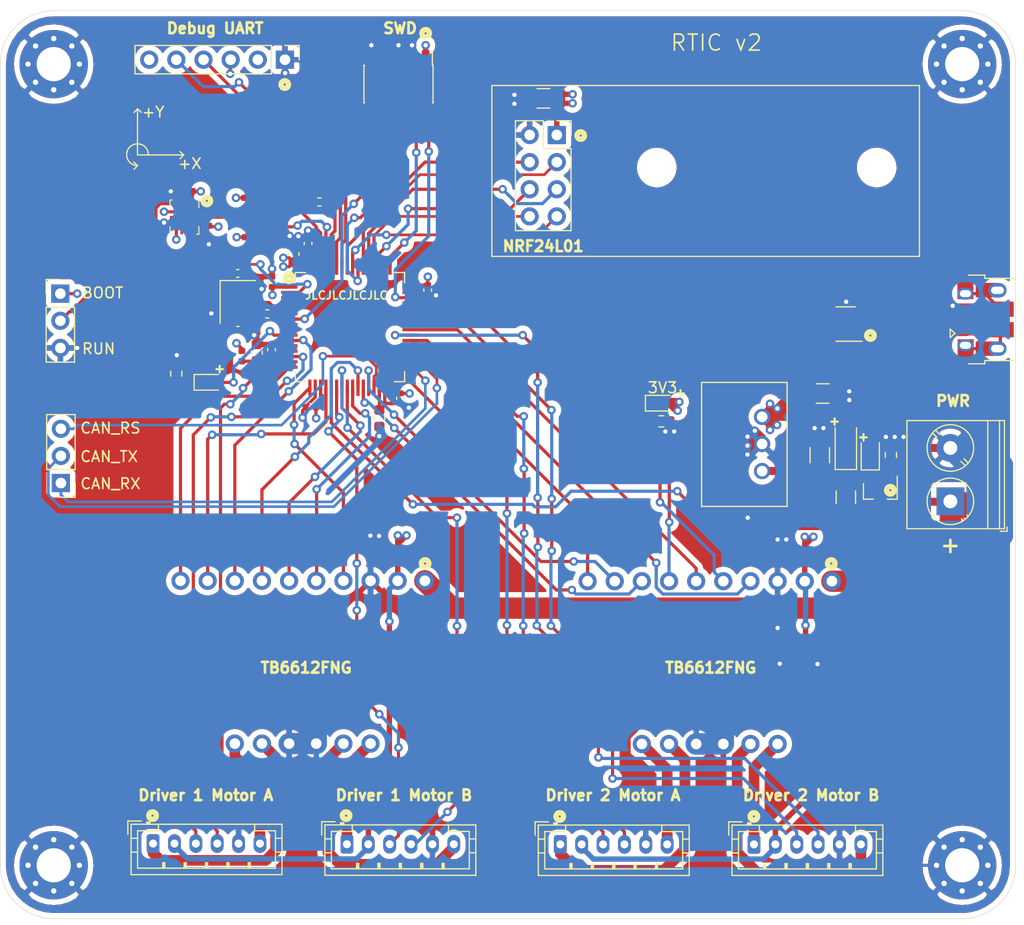
<source format=kicad_pcb>
(kicad_pcb (version 20171130) (host pcbnew 5.1.5+dfsg1-2build2)
  (layers (0 F.Cu signal) (1 In1.Cu power) (2 In2.Cu power) (31 B.Cu signal) (34 B.Paste user) (35 F.Paste user) (36 B.SilkS user) (37 F.SilkS user) (38 B.Mask user) (39 F.Mask user) (44 Edge.Cuts user))
  (net 0 "")
  (net 1 GND)
  (net 2 +3.3VA)
  (net 3 "Net-(C13-Pad1)")
  (net 4 HSE_IN)
  (net 5 "Net-(C16-Pad1)")
  (net 6 +5V)
  (net 7 "Net-(D1-Pad1)")
  (net 8 "Net-(D3-Pad1)")
  (net 9 "Net-(D4-Pad1)")
  (net 10 HEARTBEAT_LED)
  (net 11 "Net-(D5-Pad2)")
  (net 12 +12V)
  (net 13 SWDIO)
  (net 14 SWCLK)
  (net 15 SWO)
  (net 16 "Net-(J2-Pad7)")
  (net 17 "Net-(J2-Pad8)")
  (net 18 NRST)
  (net 19 "Net-(J3-Pad2)")
  (net 20 "Net-(J3-Pad6)")
  (net 21 "Net-(J4-Pad6)")
  (net 22 USB_CONN_D-)
  (net 23 USB_CONN_D+)
  (net 24 "Net-(J4-Pad4)")
  (net 25 BOOT0)
  (net 26 HSE_OUT)
  (net 27 "Net-(U2-Pad3)")
  (net 28 "Net-(U2-Pad4)")
  (net 29 USB_D-)
  (net 30 USB_D+)
  (net 31 DEBUG_RX)
  (net 32 DEBUG_TX)
  (net 33 IMU_SDA)
  (net 34 IMU_SCL)
  (net 35 IMU_INT)
  (net 36 D1_PWMA)
  (net 37 D1_AIN2)
  (net 38 D1_AIN1)
  (net 39 D1_STBY)
  (net 40 D1_BIN1)
  (net 41 D1_BIN2)
  (net 42 D1_PWMB)
  (net 43 D2_PWMB)
  (net 44 D2_BIN2)
  (net 45 D2_BIN1)
  (net 46 D2_STBY)
  (net 47 D2_AIN1)
  (net 48 D2_AIN2)
  (net 49 D2_PWMA)
  (net 50 D1_MOTORA+)
  (net 51 D1_MOTORA_CHA)
  (net 52 D1_MOTORA_CHB)
  (net 53 D1_MOTORA-)
  (net 54 D1_MOTORB-)
  (net 55 D1_MOTORB_CHB)
  (net 56 D1_MOTORB_CHA)
  (net 57 D1_MOTORB+)
  (net 58 D2_MOTORA+)
  (net 59 D2_MOTORA_CHA)
  (net 60 D2_MOTORA_CHB)
  (net 61 D2_MOTORA-)
  (net 62 D2_MOTORB-)
  (net 63 D2_MOTORB_CHB)
  (net 64 D2_MOTORB_CHA)
  (net 65 D2_MOTORB+)
  (net 66 RF_SCK)
  (net 67 RF_MISO)
  (net 68 RF_MOSI)
  (net 69 RF_EN)
  (net 70 RF_CS)
  (net 71 RF_IRQ)
  (net 72 VBATT_AIN)
  (net 73 "Net-(U2-Pad8)")
  (net 74 "Net-(U2-Pad9)")
  (net 75 CAN2_RS)
  (net 76 CAN2_RX)
  (net 77 CAN2_TX)
  (net 78 "Net-(U2-Pad50)")
  (net 79 "Net-(C1-Pad1)")
  (net 80 "Net-(J10-Pad2)")
  (net 81 VDD)
  (net 82 "Net-(U4-Pad11)")
  (net 83 "Net-(U4-Pad10)")
  (net 84 "Net-(U4-Pad9)")
  (net 85 "Net-(U4-Pad3)")
  (net 86 "Net-(U4-Pad2)")
  (module Package_LGA:Bosch_LGA-14_3x2.5mm_P0.5mm (layer F.Cu) (at 62.23 68.326 270)
    (fp_text reference U4)
    (fp_text value BMI160)
    (pad 11 smd rect (at 1.2625 -0.75 270) (size 0.675 0.25) (layers F.Cu F.Paste F.Mask) (net 82 "Net-(U4-Pad11)"))
    (pad 10 smd rect (at 1.2625 -0.25 270) (size 0.675 0.25) (layers F.Cu F.Paste F.Mask) (net 83 "Net-(U4-Pad10)"))
    (pad 9 smd rect (at 1.2625 0.25 270) (size 0.675 0.25) (layers F.Cu F.Paste F.Mask) (net 84 "Net-(U4-Pad9)"))
    (pad 8 smd rect (at 1.2625 0.75 270) (size 0.675 0.25) (layers F.Cu F.Paste F.Mask) (net 81 VDD))
    (pad 4 smd rect (at -1.2625 0.75 270) (size 0.675 0.25) (layers F.Cu F.Paste F.Mask) (net 35 IMU_INT))
    (pad 3 smd rect (at -1.2625 0.25 270) (size 0.675 0.25) (layers F.Cu F.Paste F.Mask) (net 85 "Net-(U4-Pad3)"))
    (pad 2 smd rect (at -1.2625 -0.25 270) (size 0.675 0.25) (layers F.Cu F.Paste F.Mask) (net 86 "Net-(U4-Pad2)"))
    (pad 1 smd rect (at -1.2625 -0.75 270) (size 0.675 0.25) (layers F.Cu F.Paste F.Mask) (net 81 VDD))
    (pad 7 smd rect (at 0.5 1.0125 270) (size 0.25 0.675) (layers F.Cu F.Paste F.Mask) (net 1 GND))
    (pad 6 smd rect (at 0 1.0125 270) (size 0.25 0.675) (layers F.Cu F.Paste F.Mask) (net 1 GND))
    (pad 5 smd rect (at -0.5 1.0125 270) (size 0.25 0.675) (layers F.Cu F.Paste F.Mask) (net 81 VDD))
    (pad 12 smd rect (at 0.5 -1.0125 270) (size 0.25 0.675) (layers F.Cu F.Paste F.Mask) (net 81 VDD))
    (pad 14 smd rect (at -0.5 -1.0125 270) (size 0.25 0.675) (layers F.Cu F.Paste F.Mask) (net 33 IMU_SDA))
    (pad 13 smd rect (at 0 -1.0125 270) (size 0.25 0.675) (layers F.Cu F.Paste F.Mask) (net 34 IMU_SCL))
  )
  (module Capacitor_SMD:C_0402_1005Metric (layer F.Cu) (at 62.507 65.913 180)
    (fp_text reference C4)
    (fp_text value 100n)
    (pad 2 smd roundrect (at 0.485 0 180) (size 0.59 0.64) (layers F.Cu F.Paste F.Mask) (net 1 GND))
    (pad 1 smd roundrect (at -0.485 0 180) (size 0.59 0.64) (layers F.Cu F.Paste F.Mask) (net 81 VDD))
  )
  (module Capacitor_SMD:C_0402_1005Metric (layer F.Cu) (at 64.516 69.619 270)
    (fp_text reference C3)
    (fp_text value 100n)
    (pad 2 smd roundrect (at 0.485 0 270) (size 0.59 0.64) (layers F.Cu F.Paste F.Mask) (net 1 GND))
    (pad 1 smd roundrect (at -0.485 0 270) (size 0.59 0.64) (layers F.Cu F.Paste F.Mask) (net 81 VDD))
  )
  (module Connector_PinSocket_2.54mm:PinSocket_2x04_P2.54mm_Vertical (layer F.Cu) (at 97.072 60.636)
    (fp_text reference J9)
    (fp_text value Conn_02x04_Odd_Even)
    (pad 1 thru_hole rect (at 0 0) (size 1.7 1.7) (drill 1) (layers *.Cu *.Mask) (net 81 VDD))
    (pad 2 thru_hole oval (at -2.54 0) (size 1.7 1.7) (drill 1) (layers *.Cu *.Mask) (net 1 GND))
    (pad 3 thru_hole oval (at 0 2.54) (size 1.7 1.7) (drill 1) (layers *.Cu *.Mask) (net 70 RF_CS))
    (pad 4 thru_hole oval (at -2.54 2.54) (size 1.7 1.7) (drill 1) (layers *.Cu *.Mask) (net 69 RF_EN))
    (pad 5 thru_hole oval (at 0 5.08) (size 1.7 1.7) (drill 1) (layers *.Cu *.Mask) (net 68 RF_MOSI))
    (pad 6 thru_hole oval (at -2.54 5.08) (size 1.7 1.7) (drill 1) (layers *.Cu *.Mask) (net 66 RF_SCK))
    (pad 7 thru_hole oval (at 0 7.62) (size 1.7 1.7) (drill 1) (layers *.Cu *.Mask) (net 71 RF_IRQ))
    (pad 8 thru_hole oval (at -2.54 7.62) (size 1.7 1.7) (drill 1) (layers *.Cu *.Mask) (net 67 RF_MISO))
  )
  (module dj:TB6612FNG_BB (layer F.Cu) (at 125.3511 110.0254 270)
    (fp_text reference U6)
    (fp_text value TB6612FNG_BB)
    (pad 1 thru_hole oval (at -7.62 2.54 270) (size 1.7 1.7) (drill 1) (layers *.Cu *.Mask) (net 12 +12V))
    (pad 2 thru_hole oval (at -7.62 5.08 270) (size 1.7 1.7) (drill 1) (layers *.Cu *.Mask) (net 81 VDD))
    (pad 3 thru_hole oval (at -7.62 7.62 270) (size 1.7 1.7) (drill 1) (layers *.Cu *.Mask) (net 1 GND))
    (pad 4 thru_hole oval (at -7.62 10.16 270) (size 1.7 1.7) (drill 1) (layers *.Cu *.Mask) (net 43 D2_PWMB))
    (pad 5 thru_hole oval (at -7.62 12.7 270) (size 1.7 1.7) (drill 1) (layers *.Cu *.Mask) (net 44 D2_BIN2))
    (pad 6 thru_hole oval (at -7.62 15.24 270) (size 1.7 1.7) (drill 1) (layers *.Cu *.Mask) (net 45 D2_BIN1))
    (pad 7 thru_hole oval (at -7.62 17.78 270) (size 1.7 1.7) (drill 1) (layers *.Cu *.Mask) (net 46 D2_STBY))
    (pad 8 thru_hole oval (at -7.62 20.32 270) (size 1.7 1.7) (drill 1) (layers *.Cu *.Mask) (net 47 D2_AIN1))
    (pad 9 thru_hole oval (at -7.62 22.86 270) (size 1.7 1.7) (drill 1) (layers *.Cu *.Mask) (net 48 D2_AIN2))
    (pad 10 thru_hole oval (at -7.62 25.4 270) (size 1.7 1.7) (drill 1) (layers *.Cu *.Mask) (net 49 D2_PWMA))
    (pad 11 thru_hole oval (at 7.62 7.62 270) (size 1.7 1.7) (drill 1) (layers *.Cu *.Mask) (net 65 D2_MOTORB+))
    (pad 12 thru_hole oval (at 7.62 10.16 270) (size 1.7 1.7) (drill 1) (layers *.Cu *.Mask) (net 62 D2_MOTORB-))
    (pad 13 thru_hole oval (at 7.62 12.7 270) (size 1.7 1.7) (drill 1) (layers *.Cu *.Mask) (net 1 GND))
    (pad 14 thru_hole oval (at 7.62 15.24 270) (size 1.7 1.7) (drill 1) (layers *.Cu *.Mask) (net 1 GND))
    (pad 15 thru_hole oval (at 7.62 17.78 270) (size 1.7 1.7) (drill 1) (layers *.Cu *.Mask) (net 58 D2_MOTORA+))
    (pad 16 thru_hole oval (at 7.62 20.32 270) (size 1.7 1.7) (drill 1) (layers *.Cu *.Mask) (net 61 D2_MOTORA-))
  )
  (module dj:TB6612FNG_BB (layer F.Cu) (at 87.2638 109.9873 270)
    (fp_text reference U5)
    (fp_text value TB6612FNG_BB)
    (pad 16 thru_hole oval (at 7.62 20.32 270) (size 1.7 1.7) (drill 1) (layers *.Cu *.Mask) (net 53 D1_MOTORA-))
    (pad 15 thru_hole oval (at 7.62 17.78 270) (size 1.7 1.7) (drill 1) (layers *.Cu *.Mask) (net 50 D1_MOTORA+))
    (pad 14 thru_hole oval (at 7.62 15.24 270) (size 1.7 1.7) (drill 1) (layers *.Cu *.Mask) (net 1 GND))
    (pad 13 thru_hole oval (at 7.62 12.7 270) (size 1.7 1.7) (drill 1) (layers *.Cu *.Mask) (net 1 GND))
    (pad 12 thru_hole oval (at 7.62 10.16 270) (size 1.7 1.7) (drill 1) (layers *.Cu *.Mask) (net 54 D1_MOTORB-))
    (pad 11 thru_hole oval (at 7.62 7.62 270) (size 1.7 1.7) (drill 1) (layers *.Cu *.Mask) (net 57 D1_MOTORB+))
    (pad 10 thru_hole oval (at -7.62 25.4 270) (size 1.7 1.7) (drill 1) (layers *.Cu *.Mask) (net 36 D1_PWMA))
    (pad 9 thru_hole oval (at -7.62 22.86 270) (size 1.7 1.7) (drill 1) (layers *.Cu *.Mask) (net 37 D1_AIN2))
    (pad 8 thru_hole oval (at -7.62 20.32 270) (size 1.7 1.7) (drill 1) (layers *.Cu *.Mask) (net 38 D1_AIN1))
    (pad 7 thru_hole oval (at -7.62 17.78 270) (size 1.7 1.7) (drill 1) (layers *.Cu *.Mask) (net 39 D1_STBY))
    (pad 6 thru_hole oval (at -7.62 15.24 270) (size 1.7 1.7) (drill 1) (layers *.Cu *.Mask) (net 40 D1_BIN1))
    (pad 5 thru_hole oval (at -7.62 12.7 270) (size 1.7 1.7) (drill 1) (layers *.Cu *.Mask) (net 41 D1_BIN2))
    (pad 4 thru_hole oval (at -7.62 10.16 270) (size 1.7 1.7) (drill 1) (layers *.Cu *.Mask) (net 42 D1_PWMB))
    (pad 3 thru_hole oval (at -7.62 7.62 270) (size 1.7 1.7) (drill 1) (layers *.Cu *.Mask) (net 1 GND))
    (pad 2 thru_hole oval (at -7.62 5.08 270) (size 1.7 1.7) (drill 1) (layers *.Cu *.Mask) (net 81 VDD))
    (pad 1 thru_hole oval (at -7.62 2.54 270) (size 1.7 1.7) (drill 1) (layers *.Cu *.Mask) (net 12 +12V))
  )
  (module Resistor_SMD:R_0402_1005Metric (layer F.Cu) (at 67.8546 66.9996 270)
    (fp_text reference R11)
    (fp_text value 2.2k)
    (pad 2 smd roundrect (at 0.485 0 270) (size 0.59 0.64) (layers F.Cu F.Paste F.Mask) (net 33 IMU_SDA))
    (pad 1 smd roundrect (at -0.485 0 270) (size 0.59 0.64) (layers F.Cu F.Paste F.Mask) (net 81 VDD))
  )
  (module Package_QFP:LQFP-64_10x10mm_P0.5mm (layer F.Cu) (at 77.72 78.62)
    (fp_text reference U2)
    (fp_text value STM32F412RETx)
    (pad 1 smd roundrect (at -5.675 -3.75) (size 1.55 0.3) (layers F.Cu F.Paste F.Mask) (net 81 VDD))
    (pad 2 smd roundrect (at -5.675 -3.25) (size 1.55 0.3) (layers F.Cu F.Paste F.Mask) (net 35 IMU_INT))
    (pad 3 smd roundrect (at -5.675 -2.75) (size 1.55 0.3) (layers F.Cu F.Paste F.Mask) (net 27 "Net-(U2-Pad3)"))
    (pad 4 smd roundrect (at -5.675 -2.25) (size 1.55 0.3) (layers F.Cu F.Paste F.Mask) (net 28 "Net-(U2-Pad4)"))
    (pad 5 smd roundrect (at -5.675 -1.75) (size 1.55 0.3) (layers F.Cu F.Paste F.Mask) (net 4 HSE_IN))
    (pad 6 smd roundrect (at -5.675 -1.25) (size 1.55 0.3) (layers F.Cu F.Paste F.Mask) (net 26 HSE_OUT))
    (pad 7 smd roundrect (at -5.675 -0.75) (size 1.55 0.3) (layers F.Cu F.Paste F.Mask) (net 18 NRST))
    (pad 8 smd roundrect (at -5.675 -0.25) (size 1.55 0.3) (layers F.Cu F.Paste F.Mask) (net 73 "Net-(U2-Pad8)"))
    (pad 9 smd roundrect (at -5.675 0.25) (size 1.55 0.3) (layers F.Cu F.Paste F.Mask) (net 74 "Net-(U2-Pad9)"))
    (pad 10 smd roundrect (at -5.675 0.75) (size 1.55 0.3) (layers F.Cu F.Paste F.Mask) (net 10 HEARTBEAT_LED))
    (pad 11 smd roundrect (at -5.675 1.25) (size 1.55 0.3) (layers F.Cu F.Paste F.Mask) (net 38 D1_AIN1))
    (pad 12 smd roundrect (at -5.675 1.75) (size 1.55 0.3) (layers F.Cu F.Paste F.Mask) (net 1 GND))
    (pad 13 smd roundrect (at -5.675 2.25) (size 1.55 0.3) (layers F.Cu F.Paste F.Mask) (net 2 +3.3VA))
    (pad 14 smd roundrect (at -5.675 2.75) (size 1.55 0.3) (layers F.Cu F.Paste F.Mask) (net 51 D1_MOTORA_CHA))
    (pad 15 smd roundrect (at -5.675 3.25) (size 1.55 0.3) (layers F.Cu F.Paste F.Mask) (net 52 D1_MOTORA_CHB))
    (pad 16 smd roundrect (at -5.675 3.75) (size 1.55 0.3) (layers F.Cu F.Paste F.Mask) (net 36 D1_PWMA))
    (pad 17 smd roundrect (at -3.75 5.675) (size 0.3 1.55) (layers F.Cu F.Paste F.Mask) (net 42 D1_PWMB))
    (pad 18 smd roundrect (at -3.25 5.675) (size 0.3 1.55) (layers F.Cu F.Paste F.Mask) (net 1 GND))
    (pad 19 smd roundrect (at -2.75 5.675) (size 0.3 1.55) (layers F.Cu F.Paste F.Mask) (net 81 VDD))
    (pad 20 smd roundrect (at -2.25 5.675) (size 0.3 1.55) (layers F.Cu F.Paste F.Mask) (net 37 D1_AIN2))
    (pad 21 smd roundrect (at -1.75 5.675) (size 0.3 1.55) (layers F.Cu F.Paste F.Mask) (net 72 VBATT_AIN))
    (pad 22 smd roundrect (at -1.25 5.675) (size 0.3 1.55) (layers F.Cu F.Paste F.Mask) (net 56 D1_MOTORB_CHA))
    (pad 23 smd roundrect (at -0.75 5.675) (size 0.3 1.55) (layers F.Cu F.Paste F.Mask) (net 55 D1_MOTORB_CHB))
    (pad 24 smd roundrect (at -0.25 5.675) (size 0.3 1.55) (layers F.Cu F.Paste F.Mask) (net 40 D1_BIN1))
    (pad 25 smd roundrect (at 0.25 5.675) (size 0.3 1.55) (layers F.Cu F.Paste F.Mask) (net 41 D1_BIN2))
    (pad 26 smd roundrect (at 0.75 5.675) (size 0.3 1.55) (layers F.Cu F.Paste F.Mask) (net 39 D1_STBY))
    (pad 27 smd roundrect (at 1.25 5.675) (size 0.3 1.55) (layers F.Cu F.Paste F.Mask) (net 47 D2_AIN1))
    (pad 28 smd roundrect (at 1.75 5.675) (size 0.3 1.55) (layers F.Cu F.Paste F.Mask) (net 48 D2_AIN2))
    (pad 29 smd roundrect (at 2.25 5.675) (size 0.3 1.55) (layers F.Cu F.Paste F.Mask) (net 75 CAN2_RS))
    (pad 30 smd roundrect (at 2.75 5.675) (size 0.3 1.55) (layers F.Cu F.Paste F.Mask) (net 3 "Net-(C13-Pad1)"))
    (pad 31 smd roundrect (at 3.25 5.675) (size 0.3 1.55) (layers F.Cu F.Paste F.Mask) (net 1 GND))
    (pad 32 smd roundrect (at 3.75 5.675) (size 0.3 1.55) (layers F.Cu F.Paste F.Mask) (net 81 VDD))
    (pad 33 smd roundrect (at 5.675 3.75) (size 1.55 0.3) (layers F.Cu F.Paste F.Mask) (net 76 CAN2_RX))
    (pad 34 smd roundrect (at 5.675 3.25) (size 1.55 0.3) (layers F.Cu F.Paste F.Mask) (net 77 CAN2_TX))
    (pad 35 smd roundrect (at 5.675 2.75) (size 1.55 0.3) (layers F.Cu F.Paste F.Mask) (net 49 D2_PWMA))
    (pad 36 smd roundrect (at 5.675 2.25) (size 1.55 0.3) (layers F.Cu F.Paste F.Mask) (net 43 D2_PWMB))
    (pad 37 smd roundrect (at 5.675 1.75) (size 1.55 0.3) (layers F.Cu F.Paste F.Mask) (net 59 D2_MOTORA_CHA))
    (pad 38 smd roundrect (at 5.675 1.25) (size 1.55 0.3) (layers F.Cu F.Paste F.Mask) (net 60 D2_MOTORA_CHB))
    (pad 39 smd roundrect (at 5.675 0.75) (size 1.55 0.3) (layers F.Cu F.Paste F.Mask) (net 44 D2_BIN2))
    (pad 40 smd roundrect (at 5.675 0.25) (size 1.55 0.3) (layers F.Cu F.Paste F.Mask) (net 45 D2_BIN1))
    (pad 41 smd roundrect (at 5.675 -0.25) (size 1.55 0.3) (layers F.Cu F.Paste F.Mask) (net 64 D2_MOTORB_CHA))
    (pad 42 smd roundrect (at 5.675 -0.75) (size 1.55 0.3) (layers F.Cu F.Paste F.Mask) (net 63 D2_MOTORB_CHB))
    (pad 43 smd roundrect (at 5.675 -1.25) (size 1.55 0.3) (layers F.Cu F.Paste F.Mask) (net 46 D2_STBY))
    (pad 44 smd roundrect (at 5.675 -1.75) (size 1.55 0.3) (layers F.Cu F.Paste F.Mask) (net 29 USB_D-))
    (pad 45 smd roundrect (at 5.675 -2.25) (size 1.55 0.3) (layers F.Cu F.Paste F.Mask) (net 30 USB_D+))
    (pad 46 smd roundrect (at 5.675 -2.75) (size 1.55 0.3) (layers F.Cu F.Paste F.Mask) (net 13 SWDIO))
    (pad 47 smd roundrect (at 5.675 -3.25) (size 1.55 0.3) (layers F.Cu F.Paste F.Mask) (net 1 GND))
    (pad 48 smd roundrect (at 5.675 -3.75) (size 1.55 0.3) (layers F.Cu F.Paste F.Mask) (net 81 VDD))
    (pad 49 smd roundrect (at 3.75 -5.675) (size 0.3 1.55) (layers F.Cu F.Paste F.Mask) (net 14 SWCLK))
    (pad 50 smd roundrect (at 3.25 -5.675) (size 0.3 1.55) (layers F.Cu F.Paste F.Mask) (net 78 "Net-(U2-Pad50)"))
    (pad 51 smd roundrect (at 2.75 -5.675) (size 0.3 1.55) (layers F.Cu F.Paste F.Mask) (net 66 RF_SCK))
    (pad 52 smd roundrect (at 2.25 -5.675) (size 0.3 1.55) (layers F.Cu F.Paste F.Mask) (net 67 RF_MISO))
    (pad 53 smd roundrect (at 1.75 -5.675) (size 0.3 1.55) (layers F.Cu F.Paste F.Mask) (net 68 RF_MOSI))
    (pad 54 smd roundrect (at 1.25 -5.675) (size 0.3 1.55) (layers F.Cu F.Paste F.Mask) (net 70 RF_CS))
    (pad 55 smd roundrect (at 0.75 -5.675) (size 0.3 1.55) (layers F.Cu F.Paste F.Mask) (net 15 SWO))
    (pad 56 smd roundrect (at 0.25 -5.675) (size 0.3 1.55) (layers F.Cu F.Paste F.Mask) (net 71 RF_IRQ))
    (pad 57 smd roundrect (at -0.25 -5.675) (size 0.3 1.55) (layers F.Cu F.Paste F.Mask) (net 69 RF_EN))
    (pad 58 smd roundrect (at -0.75 -5.675) (size 0.3 1.55) (layers F.Cu F.Paste F.Mask) (net 32 DEBUG_TX))
    (pad 59 smd roundrect (at -1.25 -5.675) (size 0.3 1.55) (layers F.Cu F.Paste F.Mask) (net 31 DEBUG_RX))
    (pad 60 smd roundrect (at -1.75 -5.675) (size 0.3 1.55) (layers F.Cu F.Paste F.Mask) (net 25 BOOT0))
    (pad 61 smd roundrect (at -2.25 -5.675) (size 0.3 1.55) (layers F.Cu F.Paste F.Mask) (net 34 IMU_SCL))
    (pad 62 smd roundrect (at -2.75 -5.675) (size 0.3 1.55) (layers F.Cu F.Paste F.Mask) (net 33 IMU_SDA))
    (pad 63 smd roundrect (at -3.25 -5.675) (size 0.3 1.55) (layers F.Cu F.Paste F.Mask) (net 1 GND))
    (pad 64 smd roundrect (at -3.75 -5.675) (size 0.3 1.55) (layers F.Cu F.Paste F.Mask) (net 81 VDD))
  )
  (module Capacitor_SMD:C_1206_3216Metric (layer F.Cu) (at 121.6766 90.614 90)
    (fp_text reference C1)
    (fp_text value 10u)
    (pad 1 smd roundrect (at -1.475 0 90) (size 1.15 1.8) (layers F.Cu F.Paste F.Mask) (roundrect_rratio 0.217391) (net 79 "Net-(C1-Pad1)"))
    (pad 2 smd roundrect (at 1.475 0 90) (size 1.15 1.8) (layers F.Cu F.Paste F.Mask) (roundrect_rratio 0.217391) (net 1 GND))
  )
  (module Capacitor_SMD:C_0603_1608Metric (layer F.Cu) (at 72.44 71.77 90)
    (fp_text reference C5)
    (fp_text value 4u7)
    (pad 1 smd roundrect (at -0.775 0 90) (size 0.9 0.95) (layers F.Cu F.Paste F.Mask) (net 81 VDD))
    (pad 2 smd roundrect (at 0.775 0 90) (size 0.9 0.95) (layers F.Cu F.Paste F.Mask) (net 1 GND))
  )
  (module Capacitor_SMD:C_0402_1005Metric (layer F.Cu) (at 70.4274 74.3774 90)
    (fp_text reference C6)
    (fp_text value 100n)
    (pad 1 smd roundrect (at -0.48 0 90) (size 0.56 0.62) (layers F.Cu F.Paste F.Mask) (net 81 VDD))
    (pad 2 smd roundrect (at 0.48 0 90) (size 0.56 0.62) (layers F.Cu F.Paste F.Mask) (net 1 GND))
  )
  (module Capacitor_SMD:C_0402_1005Metric (layer F.Cu) (at 74.0569 86.1376 180)
    (fp_text reference C7)
    (fp_text value 100n)
    (pad 2 smd roundrect (at 0.48 0 180) (size 0.56 0.62) (layers F.Cu F.Paste F.Mask) (net 1 GND))
    (pad 1 smd roundrect (at -0.48 0 180) (size 0.56 0.62) (layers F.Cu F.Paste F.Mask) (net 81 VDD))
  )
  (module Capacitor_SMD:C_0402_1005Metric (layer F.Cu) (at 82.45 85.29 270)
    (fp_text reference C8)
    (fp_text value 100n)
    (pad 1 smd roundrect (at -0.48 0 270) (size 0.56 0.62) (layers F.Cu F.Paste F.Mask) (net 81 VDD))
    (pad 2 smd roundrect (at 0.48 0 270) (size 0.56 0.62) (layers F.Cu F.Paste F.Mask) (net 1 GND))
  )
  (module Capacitor_SMD:C_0402_1005Metric (layer F.Cu) (at 84.99 75.16 270)
    (fp_text reference C9)
    (fp_text value 100n)
    (pad 2 smd roundrect (at 0.48 0 270) (size 0.56 0.62) (layers F.Cu F.Paste F.Mask) (net 1 GND))
    (pad 1 smd roundrect (at -0.48 0 270) (size 0.56 0.62) (layers F.Cu F.Paste F.Mask) (net 81 VDD))
  )
  (module Capacitor_SMD:C_0402_1005Metric (layer F.Cu) (at 73.7992 70.793 90)
    (fp_text reference C10)
    (fp_text value 100n)
    (pad 2 smd roundrect (at 0.48 0 90) (size 0.56 0.62) (layers F.Cu F.Paste F.Mask) (net 1 GND))
    (pad 1 smd roundrect (at -0.48 0 90) (size 0.56 0.62) (layers F.Cu F.Paste F.Mask) (net 81 VDD))
  )
  (module Capacitor_SMD:C_0603_1608Metric (layer F.Cu) (at 69.005 81.0068 90)
    (fp_text reference C11)
    (fp_text value 1u)
    (pad 1 smd roundrect (at -0.775 0 90) (size 0.9 0.95) (layers F.Cu F.Paste F.Mask) (net 2 +3.3VA))
    (pad 2 smd roundrect (at 0.775 0 90) (size 0.9 0.95) (layers F.Cu F.Paste F.Mask) (net 1 GND))
  )
  (module Capacitor_SMD:C_0402_1005Metric (layer F.Cu) (at 70.3766 80.7274 90)
    (fp_text reference C12)
    (fp_text value 10n)
    (pad 1 smd roundrect (at -0.48 0 90) (size 0.56 0.62) (layers F.Cu F.Paste F.Mask) (net 2 +3.3VA))
    (pad 2 smd roundrect (at 0.48 0 90) (size 0.56 0.62) (layers F.Cu F.Paste F.Mask) (net 1 GND))
  )
  (module Capacitor_SMD:C_0603_1608Metric (layer F.Cu) (at 80.47 87.15 270)
    (fp_text reference C13)
    (fp_text value 2u2)
    (pad 2 smd roundrect (at 0.775 0 270) (size 0.9 0.95) (layers F.Cu F.Paste F.Mask) (net 1 GND))
    (pad 1 smd roundrect (at -0.775 0 270) (size 0.9 0.95) (layers F.Cu F.Paste F.Mask) (net 3 "Net-(C13-Pad1)"))
  )
  (module Capacitor_SMD:C_0402_1005Metric (layer F.Cu) (at 67.22 73.6)
    (fp_text reference C15)
    (fp_text value 12p)
    (pad 2 smd roundrect (at 0.48 0) (size 0.56 0.62) (layers F.Cu F.Paste F.Mask) (net 1 GND))
    (pad 1 smd roundrect (at -0.48 0) (size 0.56 0.62) (layers F.Cu F.Paste F.Mask) (net 4 HSE_IN))
  )
  (module Capacitor_SMD:C_0402_1005Metric (layer F.Cu) (at 67.23 78.92 180)
    (fp_text reference C16)
    (fp_text value 12p)
    (pad 2 smd roundrect (at 0.48 0 180) (size 0.56 0.62) (layers F.Cu F.Paste F.Mask) (net 1 GND))
    (pad 1 smd roundrect (at -0.48 0 180) (size 0.56 0.62) (layers F.Cu F.Paste F.Mask) (net 5 "Net-(C16-Pad1)"))
  )
  (module Diode_SMD:D_SOD-123 (layer F.Cu) (at 124.115 89.6996 90)
    (fp_text reference D1)
    (fp_text value B5819W)
    (pad 1 smd rect (at -1.65 0 90) (size 0.9 1.2) (layers F.Cu F.Paste F.Mask) (net 7 "Net-(D1-Pad1)"))
    (pad 2 smd rect (at 1.65 0 90) (size 0.9 1.2) (layers F.Cu F.Paste F.Mask) (net 6 +5V))
  )
  (module LED_SMD:LED_0603_1608Metric (layer F.Cu) (at 106.8472 85.7392)
    (fp_text reference D3)
    (fp_text value GREEN)
    (pad 2 smd roundrect (at 0.7875 0) (size 0.875 0.95) (layers F.Cu F.Paste F.Mask) (net 81 VDD))
    (pad 1 smd roundrect (at -0.7875 0) (size 0.875 0.95) (layers F.Cu F.Paste F.Mask) (net 8 "Net-(D3-Pad1)"))
  )
  (module LED_SMD:LED_0603_1608Metric (layer F.Cu) (at 64.621 83.7865)
    (fp_text reference D4)
    (fp_text value BLUE)
    (pad 1 smd roundrect (at -0.7875 0) (size 0.875 0.95) (layers F.Cu F.Paste F.Mask) (net 9 "Net-(D4-Pad1)"))
    (pad 2 smd roundrect (at 0.7875 0) (size 0.875 0.95) (layers F.Cu F.Paste F.Mask) (net 10 HEARTBEAT_LED))
  )
  (module Diode_SMD:D_SOD-323 (layer F.Cu) (at 126.401 90.487 90)
    (fp_text reference D5)
    (fp_text value 12V)
    (pad 2 smd rect (at 1.05 0 90) (size 0.6 0.45) (layers F.Cu F.Paste F.Mask) (net 11 "Net-(D5-Pad2)"))
    (pad 1 smd rect (at -1.05 0 90) (size 0.6 0.45) (layers F.Cu F.Paste F.Mask) (net 7 "Net-(D1-Pad1)"))
  )
  (module Fuse:Fuse_1206_3216Metric (layer F.Cu) (at 124.115 94.551 90)
    (fp_text reference F1)
    (fp_text value 500mA)
    (pad 2 smd roundrect (at 1.4 0 90) (size 1.25 1.75) (layers F.Cu F.Paste F.Mask) (roundrect_rratio 0.2) (net 7 "Net-(D1-Pad1)"))
    (pad 1 smd roundrect (at -1.4 0 90) (size 1.25 1.75) (layers F.Cu F.Paste F.Mask) (roundrect_rratio 0.2) (net 79 "Net-(C1-Pad1)"))
  )
  (module MountingHole:MountingHole_3.2mm_M3_Pad_Via (layer F.Cu) (at 135 54)
    (fp_text reference H1)
    (fp_text value MountingHole_Pad)
    (pad 1 thru_hole circle (at 1.697056 -1.697056) (size 0.8 0.8) (drill 0.5) (layers *.Cu *.Mask) (net 1 GND))
    (pad 1 thru_hole circle (at 0 -2.4) (size 0.8 0.8) (drill 0.5) (layers *.Cu *.Mask) (net 1 GND))
    (pad 1 thru_hole circle (at -1.697056 -1.697056) (size 0.8 0.8) (drill 0.5) (layers *.Cu *.Mask) (net 1 GND))
    (pad 1 thru_hole circle (at -2.4 0) (size 0.8 0.8) (drill 0.5) (layers *.Cu *.Mask) (net 1 GND))
    (pad 1 thru_hole circle (at -1.697056 1.697056) (size 0.8 0.8) (drill 0.5) (layers *.Cu *.Mask) (net 1 GND))
    (pad 1 thru_hole circle (at 0 2.4) (size 0.8 0.8) (drill 0.5) (layers *.Cu *.Mask) (net 1 GND))
    (pad 1 thru_hole circle (at 1.697056 1.697056) (size 0.8 0.8) (drill 0.5) (layers *.Cu *.Mask) (net 1 GND))
    (pad 1 thru_hole circle (at 2.4 0) (size 0.8 0.8) (drill 0.5) (layers *.Cu *.Mask) (net 1 GND))
    (pad 1 thru_hole circle (at 0 0) (size 6.4 6.4) (drill 3.2) (layers *.Cu *.Mask) (net 1 GND))
  )
  (module MountingHole:MountingHole_3.2mm_M3_Pad_Via (layer F.Cu) (at 50 129)
    (fp_text reference H2)
    (fp_text value MountingHole_Pad)
    (pad 1 thru_hole circle (at 0 0) (size 6.4 6.4) (drill 3.2) (layers *.Cu *.Mask) (net 1 GND))
    (pad 1 thru_hole circle (at 2.4 0) (size 0.8 0.8) (drill 0.5) (layers *.Cu *.Mask) (net 1 GND))
    (pad 1 thru_hole circle (at 1.697056 1.697056) (size 0.8 0.8) (drill 0.5) (layers *.Cu *.Mask) (net 1 GND))
    (pad 1 thru_hole circle (at 0 2.4) (size 0.8 0.8) (drill 0.5) (layers *.Cu *.Mask) (net 1 GND))
    (pad 1 thru_hole circle (at -1.697056 1.697056) (size 0.8 0.8) (drill 0.5) (layers *.Cu *.Mask) (net 1 GND))
    (pad 1 thru_hole circle (at -2.4 0) (size 0.8 0.8) (drill 0.5) (layers *.Cu *.Mask) (net 1 GND))
    (pad 1 thru_hole circle (at -1.697056 -1.697056) (size 0.8 0.8) (drill 0.5) (layers *.Cu *.Mask) (net 1 GND))
    (pad 1 thru_hole circle (at 0 -2.4) (size 0.8 0.8) (drill 0.5) (layers *.Cu *.Mask) (net 1 GND))
    (pad 1 thru_hole circle (at 1.697056 -1.697056) (size 0.8 0.8) (drill 0.5) (layers *.Cu *.Mask) (net 1 GND))
  )
  (module MountingHole:MountingHole_3.2mm_M3_Pad_Via (layer F.Cu) (at 50 54)
    (fp_text reference H3)
    (fp_text value MountingHole_Pad)
    (pad 1 thru_hole circle (at 1.697056 -1.697056) (size 0.8 0.8) (drill 0.5) (layers *.Cu *.Mask) (net 1 GND))
    (pad 1 thru_hole circle (at 0 -2.4) (size 0.8 0.8) (drill 0.5) (layers *.Cu *.Mask) (net 1 GND))
    (pad 1 thru_hole circle (at -1.697056 -1.697056) (size 0.8 0.8) (drill 0.5) (layers *.Cu *.Mask) (net 1 GND))
    (pad 1 thru_hole circle (at -2.4 0) (size 0.8 0.8) (drill 0.5) (layers *.Cu *.Mask) (net 1 GND))
    (pad 1 thru_hole circle (at -1.697056 1.697056) (size 0.8 0.8) (drill 0.5) (layers *.Cu *.Mask) (net 1 GND))
    (pad 1 thru_hole circle (at 0 2.4) (size 0.8 0.8) (drill 0.5) (layers *.Cu *.Mask) (net 1 GND))
    (pad 1 thru_hole circle (at 1.697056 1.697056) (size 0.8 0.8) (drill 0.5) (layers *.Cu *.Mask) (net 1 GND))
    (pad 1 thru_hole circle (at 2.4 0) (size 0.8 0.8) (drill 0.5) (layers *.Cu *.Mask) (net 1 GND))
    (pad 1 thru_hole circle (at 0 0) (size 6.4 6.4) (drill 3.2) (layers *.Cu *.Mask) (net 1 GND))
  )
  (module MountingHole:MountingHole_3.2mm_M3_Pad_Via (layer F.Cu) (at 135 129)
    (fp_text reference H4)
    (fp_text value MountingHole_Pad)
    (pad 1 thru_hole circle (at 0 0) (size 6.4 6.4) (drill 3.2) (layers *.Cu *.Mask) (net 1 GND))
    (pad 1 thru_hole circle (at 2.4 0) (size 0.8 0.8) (drill 0.5) (layers *.Cu *.Mask) (net 1 GND))
    (pad 1 thru_hole circle (at 1.697056 1.697056) (size 0.8 0.8) (drill 0.5) (layers *.Cu *.Mask) (net 1 GND))
    (pad 1 thru_hole circle (at 0 2.4) (size 0.8 0.8) (drill 0.5) (layers *.Cu *.Mask) (net 1 GND))
    (pad 1 thru_hole circle (at -1.697056 1.697056) (size 0.8 0.8) (drill 0.5) (layers *.Cu *.Mask) (net 1 GND))
    (pad 1 thru_hole circle (at -2.4 0) (size 0.8 0.8) (drill 0.5) (layers *.Cu *.Mask) (net 1 GND))
    (pad 1 thru_hole circle (at -1.697056 -1.697056) (size 0.8 0.8) (drill 0.5) (layers *.Cu *.Mask) (net 1 GND))
    (pad 1 thru_hole circle (at 0 -2.4) (size 0.8 0.8) (drill 0.5) (layers *.Cu *.Mask) (net 1 GND))
    (pad 1 thru_hole circle (at 1.697056 -1.697056) (size 0.8 0.8) (drill 0.5) (layers *.Cu *.Mask) (net 1 GND))
  )
  (module TerminalBlock_Phoenix:TerminalBlock_Phoenix_PT-1,5-2-5.0-H_1x02_P5.00mm_Horizontal (layer F.Cu) (at 133.894 94.932 90)
    (fp_text reference J1)
    (fp_text value Screw_Terminal_01x02)
    (pad 1 thru_hole rect (at 0 0 90) (size 2.6 2.6) (drill 1.3) (layers *.Cu *.Mask) (net 12 +12V))
    (pad 2 thru_hole circle (at 5 0 90) (size 2.6 2.6) (drill 1.3) (layers *.Cu *.Mask) (net 1 GND))
  )
  (module Connector_PinHeader_2.54mm:PinHeader_1x06_P2.54mm_Vertical (layer F.Cu) (at 71.6366 53.5846 270)
    (fp_text reference J3)
    (fp_text value Conn_01x06)
    (pad 1 thru_hole rect (at 0 0 270) (size 1.7 1.7) (drill 1) (layers *.Cu *.Mask) (net 1 GND))
    (pad 2 thru_hole oval (at 0 2.54 270) (size 1.7 1.7) (drill 1) (layers *.Cu *.Mask) (net 19 "Net-(J3-Pad2)"))
    (pad 3 thru_hole oval (at 0 5.08 270) (size 1.7 1.7) (drill 1) (layers *.Cu *.Mask) (net 81 VDD))
    (pad 4 thru_hole oval (at 0 7.62 270) (size 1.7 1.7) (drill 1) (layers *.Cu *.Mask) (net 31 DEBUG_RX))
    (pad 5 thru_hole oval (at 0 10.16 270) (size 1.7 1.7) (drill 1) (layers *.Cu *.Mask) (net 32 DEBUG_TX))
    (pad 6 thru_hole oval (at 0 12.7 270) (size 1.7 1.7) (drill 1) (layers *.Cu *.Mask) (net 20 "Net-(J3-Pad6)"))
  )
  (module Connector_USB:USB_Micro-B_Amphenol_10103594-0001LF_Horizontal (layer F.Cu) (at 137.1864 77.8798 90)
    (fp_text reference J4)
    (fp_text value USB_B_Micro)
    (pad 6 smd rect (at 2.725 0.185 90) (size 1.35 2) (layers F.Cu F.Paste F.Mask) (net 21 "Net-(J4-Pad6)"))
    (pad 6 smd rect (at -2.755 0.185 90) (size 1.35 2) (layers F.Cu F.Paste F.Mask) (net 21 "Net-(J4-Pad6)"))
    (pad 6 smd rect (at -2.975 -0.565 90) (size 1.825 0.7) (layers F.Cu F.Paste F.Mask) (net 21 "Net-(J4-Pad6)"))
    (pad 6 smd rect (at 2.975 -0.565 90) (size 1.825 0.7) (layers F.Cu F.Paste F.Mask) (net 21 "Net-(J4-Pad6)"))
    (pad 6 smd rect (at -2.875 -1.865 90) (size 2 1.5) (layers F.Cu F.Paste F.Mask) (net 21 "Net-(J4-Pad6)"))
    (pad 6 smd rect (at 2.875 -1.885 90) (size 2 1.5) (layers F.Cu F.Paste F.Mask) (net 21 "Net-(J4-Pad6)"))
    (pad 1 smd rect (at -1.325 -1.765 180) (size 1.65 0.4) (layers F.Cu F.Paste F.Mask) (net 6 +5V))
    (pad 2 smd rect (at -0.675 -1.765 180) (size 1.65 0.4) (layers F.Cu F.Paste F.Mask) (net 22 USB_CONN_D-))
    (pad 3 smd rect (at -0.025 -1.765 180) (size 1.65 0.4) (layers F.Cu F.Paste F.Mask) (net 23 USB_CONN_D+))
    (pad 4 smd rect (at 0.625 -1.765 180) (size 1.65 0.4) (layers F.Cu F.Paste F.Mask) (net 24 "Net-(J4-Pad4)"))
    (pad 5 smd rect (at 1.275 -1.765 180) (size 1.65 0.4) (layers F.Cu F.Paste F.Mask) (net 1 GND))
    (pad 6 thru_hole oval (at -2.445 -1.885 180) (size 1.5 1.1) (drill oval 1.05 0.65) (layers *.Cu *.Mask) (net 21 "Net-(J4-Pad6)"))
    (pad 6 thru_hole oval (at 2.395 -1.885 180) (size 1.5 1.1) (drill oval 1.05 0.65) (layers *.Cu *.Mask) (net 21 "Net-(J4-Pad6)"))
    (pad 6 thru_hole oval (at -2.755 1.115 180) (size 1.7 1.35) (drill oval 1.2 0.7) (layers *.Cu *.Mask) (net 21 "Net-(J4-Pad6)"))
    (pad 6 thru_hole oval (at 2.705 1.115 180) (size 1.7 1.35) (drill oval 1.2 0.7) (layers *.Cu *.Mask) (net 21 "Net-(J4-Pad6)"))
    (pad 6 smd rect (at -0.985 1.385 180) (size 2.5 1.43) (layers F.Cu F.Paste F.Mask) (net 21 "Net-(J4-Pad6)"))
    (pad 6 smd rect (at 0.935 1.385 180) (size 2.5 1.43) (layers F.Cu F.Paste F.Mask) (net 21 "Net-(J4-Pad6)"))
  )
  (module Inductor_SMD:L_0402_1005Metric (layer F.Cu) (at 67.6 81.33 270)
    (fp_text reference L2)
    (fp_text value 39n)
    (pad 1 smd roundrect (at -0.485 0 270) (size 0.59 0.64) (layers F.Cu F.Paste F.Mask) (net 81 VDD))
    (pad 2 smd roundrect (at 0.485 0 270) (size 0.59 0.64) (layers F.Cu F.Paste F.Mask) (net 2 +3.3VA))
  )
  (module Package_TO_SOT_SMD:SOT-23 (layer F.Cu) (at 127.3408 93.9668 270)
    (fp_text reference Q1)
    (fp_text value AO3401A)
    (pad 1 smd rect (at -1 -0.95 270) (size 0.9 0.8) (layers F.Cu F.Paste F.Mask) (net 11 "Net-(D5-Pad2)"))
    (pad 2 smd rect (at -1 0.95 270) (size 0.9 0.8) (layers F.Cu F.Paste F.Mask) (net 7 "Net-(D1-Pad1)"))
    (pad 3 smd rect (at 1 0 270) (size 0.9 0.8) (layers F.Cu F.Paste F.Mask) (net 12 +12V))
  )
  (module Resistor_SMD:R_0603_1608Metric (layer F.Cu) (at 106.8472 87.441)
    (fp_text reference R6)
    (fp_text value 1k5)
    (pad 1 smd roundrect (at -0.825 0) (size 0.8 0.95) (layers F.Cu F.Paste F.Mask) (net 8 "Net-(D3-Pad1)"))
    (pad 2 smd roundrect (at 0.825 0) (size 0.8 0.95) (layers F.Cu F.Paste F.Mask) (net 1 GND))
  )
  (module Resistor_SMD:R_0402_1005Metric (layer F.Cu) (at 74.8538 66.9036)
    (fp_text reference R7)
    (fp_text value 10k)
    (pad 1 smd roundrect (at -0.51 0) (size 0.54 0.64) (layers F.Cu F.Paste F.Mask) (net 80 "Net-(J10-Pad2)"))
    (pad 2 smd roundrect (at 0.51 0) (size 0.54 0.64) (layers F.Cu F.Paste F.Mask) (net 25 BOOT0))
  )
  (module Resistor_SMD:R_0402_1005Metric (layer F.Cu) (at 69.98 77.38 180)
    (fp_text reference R8)
    (fp_text value 47)
    (pad 2 smd roundrect (at 0.51 0 180) (size 0.54 0.64) (layers F.Cu F.Paste F.Mask) (net 5 "Net-(C16-Pad1)"))
    (pad 1 smd roundrect (at -0.51 0 180) (size 0.54 0.64) (layers F.Cu F.Paste F.Mask) (net 26 HSE_OUT))
  )
  (module Resistor_SMD:R_0603_1608Metric (layer F.Cu) (at 61.471 82.9665 90)
    (fp_text reference R9)
    (fp_text value 1k5)
    (pad 2 smd roundrect (at 0.825 0 90) (size 0.8 0.95) (layers F.Cu F.Paste F.Mask) (net 1 GND))
    (pad 1 smd roundrect (at -0.825 0 90) (size 0.8 0.95) (layers F.Cu F.Paste F.Mask) (net 9 "Net-(D4-Pad1)"))
  )
  (module Resistor_SMD:R_0603_1608Metric (layer F.Cu) (at 128.3314 90.5886 90)
    (fp_text reference R10)
    (fp_text value 100K)
    (pad 1 smd roundrect (at -0.825 0 90) (size 0.8 0.95) (layers F.Cu F.Paste F.Mask) (net 11 "Net-(D5-Pad2)"))
    (pad 2 smd roundrect (at 0.825 0 90) (size 0.8 0.95) (layers F.Cu F.Paste F.Mask) (net 1 GND))
  )
  (module Package_TO_SOT_SMD:SOT-23-6 (layer F.Cu) (at 124.09016 78.33446 180)
    (fp_text reference U3)
    (fp_text value USBLC6-2SC6)
    (pad 1 smd rect (at -1.1 -0.95 180) (size 1.06 0.65) (layers F.Cu F.Paste F.Mask) (net 22 USB_CONN_D-))
    (pad 2 smd rect (at -1.1 0 180) (size 1.06 0.65) (layers F.Cu F.Paste F.Mask) (net 1 GND))
    (pad 3 smd rect (at -1.1 0.95 180) (size 1.06 0.65) (layers F.Cu F.Paste F.Mask) (net 23 USB_CONN_D+))
    (pad 4 smd rect (at 1.1 0.95 180) (size 1.06 0.65) (layers F.Cu F.Paste F.Mask) (net 30 USB_D+))
    (pad 6 smd rect (at 1.1 -0.95 180) (size 1.06 0.65) (layers F.Cu F.Paste F.Mask) (net 29 USB_D-))
    (pad 5 smd rect (at 1.1 0 180) (size 1.06 0.65) (layers F.Cu F.Paste F.Mask) (net 6 +5V))
  )
  (module Crystal:Crystal_SMD_3225-4Pin_3.2x2.5mm (layer F.Cu) (at 67.22 76.26 270)
    (fp_text reference Y1)
    (fp_text value 16MHz)
    (pad 1 smd rect (at -1.1 0.85 270) (size 1.4 1.2) (layers F.Cu F.Paste F.Mask) (net 4 HSE_IN))
    (pad 2 smd rect (at 1.1 0.85 270) (size 1.4 1.2) (layers F.Cu F.Paste F.Mask) (net 1 GND))
    (pad 3 smd rect (at 1.1 -0.85 270) (size 1.4 1.2) (layers F.Cu F.Paste F.Mask) (net 5 "Net-(C16-Pad1)"))
    (pad 4 smd rect (at -1.1 -0.85 270) (size 1.4 1.2) (layers F.Cu F.Paste F.Mask) (net 1 GND))
  )
  (module Resistor_SMD:R_0402_1005Metric (layer F.Cu) (at 67.9054 69.7174 90)
    (fp_text reference R12)
    (fp_text value 2.2k)
    (pad 1 smd roundrect (at -0.485 0 90) (size 0.59 0.64) (layers F.Cu F.Paste F.Mask) (net 81 VDD))
    (pad 2 smd roundrect (at 0.485 0 90) (size 0.59 0.64) (layers F.Cu F.Paste F.Mask) (net 34 IMU_SCL))
  )
  (module Capacitor_SMD:C_1206_3216Metric (layer F.Cu) (at 95.8274 57.207 180)
    (fp_text reference C19)
    (fp_text value 10u)
    (pad 1 smd roundrect (at -1.4 0 180) (size 1.25 1.75) (layers F.Cu F.Paste F.Mask) (roundrect_rratio 0.2) (net 81 VDD))
    (pad 2 smd roundrect (at 1.4 0 180) (size 1.25 1.75) (layers F.Cu F.Paste F.Mask) (roundrect_rratio 0.2) (net 1 GND))
  )
  (module Connector_PinHeader_1.27mm:PinHeader_2x05_P1.27mm_Vertical_SMD (layer F.Cu) (at 82.26 55.8646 270)
    (fp_text reference J2)
    (fp_text value SWD)
    (pad 1 smd rect (at -1.95 -2.54 270) (size 2.4 0.74) (layers F.Cu F.Paste F.Mask) (net 81 VDD))
    (pad 2 smd rect (at 1.95 -2.54 270) (size 2.4 0.74) (layers F.Cu F.Paste F.Mask) (net 13 SWDIO))
    (pad 3 smd rect (at -1.95 -1.27 270) (size 2.4 0.74) (layers F.Cu F.Paste F.Mask) (net 1 GND))
    (pad 4 smd rect (at 1.95 -1.27 270) (size 2.4 0.74) (layers F.Cu F.Paste F.Mask) (net 14 SWCLK))
    (pad 5 smd rect (at -1.95 0 270) (size 2.4 0.74) (layers F.Cu F.Paste F.Mask) (net 1 GND))
    (pad 6 smd rect (at 1.95 0 270) (size 2.4 0.74) (layers F.Cu F.Paste F.Mask) (net 15 SWO))
    (pad 7 smd rect (at -1.95 1.27 270) (size 2.4 0.74) (layers F.Cu F.Paste F.Mask) (net 16 "Net-(J2-Pad7)"))
    (pad 8 smd rect (at 1.95 1.27 270) (size 2.4 0.74) (layers F.Cu F.Paste F.Mask) (net 17 "Net-(J2-Pad8)"))
    (pad 9 smd rect (at -1.95 2.54 270) (size 2.4 0.74) (layers F.Cu F.Paste F.Mask) (net 1 GND))
    (pad 10 smd rect (at 1.95 2.54 270) (size 2.4 0.74) (layers F.Cu F.Paste F.Mask) (net 18 NRST))
  )
  (module Resistor_SMD:R_0402_1005Metric (layer F.Cu) (at 118.2598 96.8926 270)
    (fp_text reference R13)
    (fp_text value 3.3k)
    (pad 1 smd roundrect (at -0.485 0 270) (size 0.59 0.64) (layers F.Cu F.Paste F.Mask) (net 72 VBATT_AIN))
    (pad 2 smd roundrect (at 0.485 0 270) (size 0.59 0.64) (layers F.Cu F.Paste F.Mask) (net 12 +12V))
  )
  (module Resistor_SMD:R_0402_1005Metric (layer F.Cu) (at 116.177 96.4354)
    (fp_text reference R14)
    (fp_text value 1k)
    (pad 2 smd roundrect (at 0.485 0) (size 0.59 0.64) (layers F.Cu F.Paste F.Mask) (net 72 VBATT_AIN))
    (pad 1 smd roundrect (at -0.485 0) (size 0.59 0.64) (layers F.Cu F.Paste F.Mask) (net 1 GND))
  )
  (module Connector_JST:JST_PH_B6B-PH-K_1x06_P2.00mm_Vertical (layer F.Cu) (at 59.2984 126.9672)
    (fp_text reference J5)
    (fp_text value D1_MOTORA)
    (pad 6 thru_hole oval (at 10 0) (size 1.2 1.75) (drill 0.75) (layers *.Cu *.Mask) (net 53 D1_MOTORA-))
    (pad 5 thru_hole oval (at 8 0) (size 1.2 1.75) (drill 0.75) (layers *.Cu *.Mask) (net 1 GND))
    (pad 4 thru_hole oval (at 6 0) (size 1.2 1.75) (drill 0.75) (layers *.Cu *.Mask) (net 52 D1_MOTORA_CHB))
    (pad 3 thru_hole oval (at 4 0) (size 1.2 1.75) (drill 0.75) (layers *.Cu *.Mask) (net 51 D1_MOTORA_CHA))
    (pad 2 thru_hole oval (at 2 0) (size 1.2 1.75) (drill 0.75) (layers *.Cu *.Mask) (net 81 VDD))
    (pad 1 thru_hole roundrect (at 0 0) (size 1.2 1.75) (drill 0.75) (layers *.Cu *.Mask) (roundrect_rratio 0.208333) (net 50 D1_MOTORA+))
  )
  (module Connector_JST:JST_PH_B6B-PH-K_1x06_P2.00mm_Vertical (layer F.Cu) (at 77.434 127.0307)
    (fp_text reference J6)
    (fp_text value D1_MOTORB)
    (pad 1 thru_hole roundrect (at 0 0) (size 1.2 1.75) (drill 0.75) (layers *.Cu *.Mask) (roundrect_rratio 0.208333) (net 57 D1_MOTORB+))
    (pad 2 thru_hole oval (at 2 0) (size 1.2 1.75) (drill 0.75) (layers *.Cu *.Mask) (net 81 VDD))
    (pad 3 thru_hole oval (at 4 0) (size 1.2 1.75) (drill 0.75) (layers *.Cu *.Mask) (net 56 D1_MOTORB_CHA))
    (pad 4 thru_hole oval (at 6 0) (size 1.2 1.75) (drill 0.75) (layers *.Cu *.Mask) (net 55 D1_MOTORB_CHB))
    (pad 5 thru_hole oval (at 8 0) (size 1.2 1.75) (drill 0.75) (layers *.Cu *.Mask) (net 1 GND))
    (pad 6 thru_hole oval (at 10 0) (size 1.2 1.75) (drill 0.75) (layers *.Cu *.Mask) (net 54 D1_MOTORB-))
  )
  (module Connector_JST:JST_PH_B6B-PH-K_1x06_P2.00mm_Vertical (layer F.Cu) (at 97.3984 127.0434)
    (fp_text reference J7)
    (fp_text value D2_MOTORA)
    (pad 1 thru_hole roundrect (at 0 0) (size 1.2 1.75) (drill 0.75) (layers *.Cu *.Mask) (roundrect_rratio 0.208333) (net 58 D2_MOTORA+))
    (pad 2 thru_hole oval (at 2 0) (size 1.2 1.75) (drill 0.75) (layers *.Cu *.Mask) (net 81 VDD))
    (pad 3 thru_hole oval (at 4 0) (size 1.2 1.75) (drill 0.75) (layers *.Cu *.Mask) (net 59 D2_MOTORA_CHA))
    (pad 4 thru_hole oval (at 6 0) (size 1.2 1.75) (drill 0.75) (layers *.Cu *.Mask) (net 60 D2_MOTORA_CHB))
    (pad 5 thru_hole oval (at 8 0) (size 1.2 1.75) (drill 0.75) (layers *.Cu *.Mask) (net 1 GND))
    (pad 6 thru_hole oval (at 10 0) (size 1.2 1.75) (drill 0.75) (layers *.Cu *.Mask) (net 61 D2_MOTORA-))
  )
  (module Connector_JST:JST_PH_B6B-PH-K_1x06_P2.00mm_Vertical (layer F.Cu) (at 115.5213 127.0434)
    (fp_text reference J8)
    (fp_text value D2_MOTORB)
    (pad 6 thru_hole oval (at 10 0) (size 1.2 1.75) (drill 0.75) (layers *.Cu *.Mask) (net 62 D2_MOTORB-))
    (pad 5 thru_hole oval (at 8 0) (size 1.2 1.75) (drill 0.75) (layers *.Cu *.Mask) (net 1 GND))
    (pad 4 thru_hole oval (at 6 0) (size 1.2 1.75) (drill 0.75) (layers *.Cu *.Mask) (net 63 D2_MOTORB_CHB))
    (pad 3 thru_hole oval (at 4 0) (size 1.2 1.75) (drill 0.75) (layers *.Cu *.Mask) (net 64 D2_MOTORB_CHA))
    (pad 2 thru_hole oval (at 2 0) (size 1.2 1.75) (drill 0.75) (layers *.Cu *.Mask) (net 81 VDD))
    (pad 1 thru_hole roundrect (at 0 0) (size 1.2 1.75) (drill 0.75) (layers *.Cu *.Mask) (roundrect_rratio 0.208333) (net 65 D2_MOTORB+))
  )
  (module Capacitor_SMD:C_1206_3216Metric (layer F.Cu) (at 121.9454 84.836)
    (fp_text reference C2)
    (fp_text value 22u)
    (pad 1 smd roundrect (at -1.4 0) (size 1.25 1.75) (layers F.Cu F.Paste F.Mask) (roundrect_rratio 0.2) (net 81 VDD))
    (pad 2 smd roundrect (at 1.4 0) (size 1.25 1.75) (layers F.Cu F.Paste F.Mask) (roundrect_rratio 0.2) (net 1 GND))
  )
  (module dj:VR10S3V3 (layer F.Cu) (at 109.2454 89.2556 90)
    (fp_text reference U1)
    (fp_text value VR10S3V3)
    (pad 1 thru_hole circle (at -2.8448 7.0358 90) (size 1.524 1.524) (drill 1) (layers *.Cu *.Mask) (net 79 "Net-(C1-Pad1)"))
    (pad 2 thru_hole circle (at -0.3048 7.0358 90) (size 1.524 1.524) (drill 1) (layers *.Cu *.Mask) (net 1 GND))
    (pad 3 thru_hole circle (at 2.2352 7.0358 90) (size 1.524 1.524) (drill 1) (layers *.Cu *.Mask) (net 81 VDD))
  )
  (module Connector_PinHeader_2.54mm:PinHeader_1x03_P2.54mm_Vertical (layer F.Cu) (at 50.6222 75.4888)
    (fp_text reference J10)
    (fp_text value Conn_01x03)
    (pad 1 thru_hole rect (at 0 0) (size 1.7 1.7) (drill 1) (layers *.Cu *.Mask) (net 81 VDD))
    (pad 2 thru_hole oval (at 0 2.54) (size 1.7 1.7) (drill 1) (layers *.Cu *.Mask) (net 80 "Net-(J10-Pad2)"))
    (pad 3 thru_hole oval (at 0 5.08) (size 1.7 1.7) (drill 1) (layers *.Cu *.Mask) (net 1 GND))
  )
  (module MountingHole:MountingHole_2.7mm_M2.5 (layer F.Cu) (at 106.426 63.681001)
    (fp_text reference H5)
    (fp_text value MountingHole)
    (pad 1 np_thru_hole circle (at 0 0) (size 2.7 2.7) (drill 2.7) (layers *.Cu *.Mask))
  )
  (module MountingHole:MountingHole_2.7mm_M2.5 (layer F.Cu) (at 127 63.681001)
    (fp_text reference H6)
    (fp_text value MountingHole)
    (pad 1 np_thru_hole circle (at 0 0) (size 2.7 2.7) (drill 2.7) (layers *.Cu *.Mask))
  )
  (module Connector_PinHeader_2.54mm:PinHeader_1x03_P2.54mm_Vertical (layer F.Cu) (at 50.673 93.218 180)
    (fp_text reference J11)
    (fp_text value Conn_01x03)
    (pad 1 thru_hole rect (at 0 0 180) (size 1.7 1.7) (drill 1) (layers *.Cu *.Mask) (net 76 CAN2_RX))
    (pad 2 thru_hole oval (at 0 2.54 180) (size 1.7 1.7) (drill 1) (layers *.Cu *.Mask) (net 77 CAN2_TX))
    (pad 3 thru_hole oval (at 0 5.08 180) (size 1.7 1.7) (drill 1) (layers *.Cu *.Mask) (net 75 CAN2_RS))
  )
  (gr_text CAN_RS (at 55.3085 88.0745) (layer F.SilkS) (effects (font (size 1 1))))
  (gr_text CAN_RX (at 55.3085 93.2815) (layer F.SilkS) (effects (font (size 1 1))))
  (gr_text CAN_TX (at 55.1815 90.7415) (layer F.SilkS) (effects (font (size 1 1))))
  (gr_arc (start 135 54) (end 140 54) (angle -90) (layer Edge.Cuts) (width 0.05))
  (gr_arc (start 50 54) (end 50 49) (angle -90) (layer Edge.Cuts) (width 0.05))
  (gr_arc (start 50 129) (end 45 129) (angle -90) (layer Edge.Cuts) (width 0.05))
  (gr_arc (start 135 129) (end 135 134) (angle -90) (layer Edge.Cuts) (width 0.05))
  (gr_line (start 135 134) (end 50 134) (layer Edge.Cuts) (width 0.05))
  (gr_line (start 140 129) (end 140 54) (layer Edge.Cuts) (width 0.05))
  (gr_line (start 135 49) (end 50 49) (layer Edge.Cuts) (width 0.05))
  (gr_line (start 45 54) (end 45 129) (layer Edge.Cuts) (width 0.05))
  (gr_line (start 91 72) (end 91 64) (layer F.SilkS) (width 0.12))
  (gr_line (start 131 72) (end 91 72) (layer F.SilkS) (width 0.12))
  (gr_line (start 131 56) (end 131 72) (layer F.SilkS) (width 0.12))
  (gr_line (start 91 56) (end 131 56) (layer F.SilkS) (width 0.12))
  (gr_line (start 91 64) (end 91 56) (layer F.SilkS) (width 0.12))
  (gr_text BOOT (at 54.5846 75.4126) (layer F.SilkS) (effects (font (size 1 1))))
  (gr_text RUN (at 54.2036 80.645) (layer F.SilkS) (effects (font (size 1 1))))
  (gr_text "Driver 1 Motor A" (at 64.226 122.446) (layer F.SilkS) (effects (font (size 1 1) (thickness 0.25))))
  (gr_circle (center 84.8 51.1148) (end 84.9016 51.1148) (layer F.SilkS) (width 0.5))
  (gr_circle (center 128.2806 93.8906) (end 128.3822 93.8906) (layer F.SilkS) (width 0.5))
  (gr_circle (center 115.5086 124.4272) (end 115.6102 124.4272) (layer F.SilkS) (width 0.5))
  (gr_circle (center 97.3476 124.4272) (end 97.4492 124.4272) (layer F.SilkS) (width 0.5))
  (gr_circle (center 77.3578 124.351) (end 77.4594 124.351) (layer F.SilkS) (width 0.5))
  (gr_circle (center 59.2476 124.351) (end 59.3492 124.351) (layer F.SilkS) (width 0.5))
  (gr_circle (center 126.4168 79.4038) (end 126.5184 79.4038) (layer F.SilkS) (width 0.5))
  (gr_text JLCJLCJLCJLC (at 77.387 75.6474) (layer F.SilkS) (effects (font (size 0.75 0.75))))
  (gr_text + (at 123.063 87.4136) (layer F.SilkS) (effects (font (size 0.8 0.8) (thickness 0.2))))
  (gr_text + (at 125.766 88.8868) (layer F.SilkS) (effects (font (size 0.8 0.8) (thickness 0.2))))
  (gr_text + (at 108.6474 84.7724) (layer F.SilkS) (effects (font (size 0.8 0.8) (thickness 0.2))))
  (gr_text + (at 65.5252 82.5028) (layer F.SilkS) (effects (font (size 0.8 0.8) (thickness 0.2))))
  (gr_circle (center 72.0276 73.9964) (end 72.1292 73.9964) (layer F.SilkS) (width 0.5))
  (gr_circle (center 64.3255 66.802) (end 64.3255 66.9036) (layer F.SilkS) (width 0.5))
  (gr_circle (center 84.75 100.75) (end 84.8516 100.75) (layer F.SilkS) (width 0.5))
  (gr_circle (center 122.75 100.75) (end 122.8516 100.75) (layer F.SilkS) (width 0.5))
  (gr_circle (center 99.3072 60.6868) (end 99.4088 60.6868) (layer F.SilkS) (width 0.5))
  (gr_circle (center 71.616 55.9114) (end 71.616 56.013) (layer F.SilkS) (width 0.5))
  (gr_text 3V3 (at 106.971 84.2898) (layer F.SilkS) (effects (font (size 1 1))))
  (gr_text "RTIC v2" (at 112 52) (layer F.SilkS) (effects (font (size 1.5 1.5))))
  (gr_line (start 57.510801 63.849516) (end 57.841001 63.493916) (layer F.SilkS) (width 0.12))
  (gr_line (start 57.841001 63.493916) (end 57.485401 63.163716) (layer F.SilkS) (width 0.12))
  (gr_arc (start 57.841 62.4776) (end 58.856999 62.502999) (angle -271.4320962) (layer F.SilkS) (width 0.12))
  (gr_text +X (at 62.738 63.3095) (layer F.SilkS) (effects (font (size 1 1))))
  (gr_text +Y (at 59.309 58.4835) (layer F.SilkS) (effects (font (size 1 1))))
  (gr_line (start 61.8288 62.8586) (end 62.159 62.503) (layer F.SilkS) (width 0.12))
  (gr_line (start 62.159 62.503) (end 61.8034 62.1728) (layer F.SilkS) (width 0.12))
  (gr_line (start 58.1966 58.5152) (end 57.841 58.185) (layer F.SilkS) (width 0.12))
  (gr_line (start 57.841 58.185) (end 57.5108 58.5406) (layer F.SilkS) (width 0.12))
  (gr_line (start 57.841 62.503) (end 62.159 62.503) (layer F.SilkS) (width 0.12))
  (gr_line (start 57.841 58.185) (end 57.841 62.503) (layer F.SilkS) (width 0.12))
  (gr_text PWR (at 134.148 85.534) (layer F.SilkS) (effects (font (size 1 1) (thickness 0.25))))
  (gr_text TB6612FNG (at 111.47 110.508) (layer F.SilkS) (effects (font (size 1 1) (thickness 0.25))))
  (gr_text TB6612FNG (at 73.624 110.508) (layer F.SilkS) (effects (font (size 1 1) (thickness 0.25))))
  (gr_text NRF24L01 (at 95.802 71.05) (layer F.SilkS) (effects (font (size 1 1) (thickness 0.25))))
  (gr_text + (at 133.894 99) (layer F.SilkS) (effects (font (size 1.5 1.5) (thickness 0.25))))
  (gr_text SWD (at 82.4124 50.65) (layer F.SilkS) (effects (font (size 1 1) (thickness 0.25))))
  (gr_text "Driver 2 Motor B" (at 120.868 122.446) (layer F.SilkS) (effects (font (size 1 1) (thickness 0.25))))
  (gr_text "Driver 2 Motor A" (at 102.326 122.446) (layer F.SilkS) (effects (font (size 1 1) (thickness 0.25))))
  (gr_text "Driver 1 Motor B" (at 82.768 122.446) (layer F.SilkS) (effects (font (size 1 1) (thickness 0.25))))
  (gr_text "Debug UART" (at 65.1 50.65) (layer F.SilkS) (effects (font (size 1 1) (thickness 0.25))))
  (segment (start 84.72 75.37) (end 83.395 75.37) (width 0.3) (layer F.Cu) (net 1))
  (segment (start 84.99 75.64) (end 84.72 75.37) (width 0.3) (layer F.Cu) (net 1))
  (segment (start 82.14 85.77) (end 82.45 85.77) (width 0.3) (layer F.Cu) (net 1))
  (segment (start 81.15319 85.77) (end 82.14 85.77) (width 0.3) (layer F.Cu) (net 1))
  (segment (start 80.97 85.58681) (end 81.15319 85.77) (width 0.3) (layer F.Cu) (net 1))
  (segment (start 80.97 84.295) (end 80.97 85.58681) (width 0.3) (layer F.Cu) (net 1))
  (segment (start 70.4992 80.37) (end 70.3766 80.2474) (width 0.3) (layer F.Cu) (net 1))
  (segment (start 72.045 80.37) (end 70.4992 80.37) (width 0.3) (layer F.Cu) (net 1))
  (segment (start 70.361 80.2318) (end 70.3766 80.2474) (width 0.3) (layer F.Cu) (net 1))
  (segment (start 69.005 80.2318) (end 70.361 80.2318) (width 0.3) (layer F.Cu) (net 1))
  (segment (start 66.75 77.74) (end 66.37 77.36) (width 0.3) (layer F.Cu) (net 1))
  (segment (start 66.75 78.92) (end 66.75 77.74) (width 0.3) (layer F.Cu) (net 1))
  (segment (start 67.7 74.79) (end 68.07 75.16) (width 0.3) (layer F.Cu) (net 1))
  (segment (start 67.7 73.6) (end 67.7 74.79) (width 0.3) (layer F.Cu) (net 1))
  (segment (start 72.44 70.995) (end 72.5398 70.995) (width 0.3) (layer F.Cu) (net 1))
  (segment (start 128.4998 89.932) (end 128.3314 89.7636) (width 0.75) (layer F.Cu) (net 1))
  (segment (start 133.894 89.932) (end 128.4998 89.932) (width 0.75) (layer F.Cu) (net 1))
  (via (at 82.26 52.2324) (size 0.8) (drill 0.4) (layers F.Cu B.Cu) (net 1))
  (via (at 70.4274 73.1582) (size 0.8) (drill 0.4) (layers F.Cu B.Cu) (net 1))
  (via (at 72.0784 70.0848) (size 0.8) (drill 0.4) (layers F.Cu B.Cu) (net 1))
  (via (at 72.8912 70.1102) (size 0.8) (drill 0.4) (layers F.Cu B.Cu) (net 1))
  (via (at 73.8056 69.5768) (size 0.8) (drill 0.4) (layers F.Cu B.Cu) (net 1))
  (via (at 61.512 81.2455) (size 0.8) (drill 0.4) (layers F.Cu B.Cu) (net 1))
  (via (at 83.229 86.163) (size 0.8) (drill 0.4) (layers F.Cu B.Cu) (net 1))
  (via (at 80.4604 88.83) (size 0.8) (drill 0.4) (layers F.Cu B.Cu) (net 1))
  (via (at 85.769 75.6474) (size 0.8) (drill 0.4) (layers F.Cu B.Cu) (net 1))
  (segment (start 70.4274 73.1582) (end 70.4274 73.8974) (width 0.3) (layer F.Cu) (net 1))
  (segment (start 72.44 70.4464) (end 72.0784 70.0848) (width 0.3) (layer F.Cu) (net 1))
  (segment (start 72.44 70.995) (end 72.44 70.4464) (width 0.3) (layer F.Cu) (net 1))
  (segment (start 72.7762 70.1102) (end 72.44 70.4464) (width 0.3) (layer F.Cu) (net 1))
  (segment (start 72.8912 70.1102) (end 72.7762 70.1102) (width 0.3) (layer F.Cu) (net 1))
  (segment (start 73.8056 70.3066) (end 73.7992 70.313) (width 0.3) (layer F.Cu) (net 1))
  (segment (start 73.8056 69.5768) (end 73.8056 70.3066) (width 0.3) (layer F.Cu) (net 1))
  (segment (start 61.471 82.1415) (end 61.471 81.2865) (width 0.3) (layer F.Cu) (net 1))
  (segment (start 69.005 79.3685) (end 69.005 80.2318) (width 0.3) (layer F.Cu) (net 1))
  (segment (start 80.4604 87.9346) (end 80.47 87.925) (width 0.3) (layer F.Cu) (net 1))
  (segment (start 80.4604 88.83) (end 80.4604 87.9346) (width 0.3) (layer F.Cu) (net 1))
  (segment (start 82.462 85.782) (end 82.45 85.77) (width 0.3) (layer F.Cu) (net 1))
  (segment (start 84.9974 75.6474) (end 84.99 75.64) (width 0.3) (layer F.Cu) (net 1))
  (segment (start 85.769 75.6474) (end 84.9974 75.6474) (width 0.3) (layer F.Cu) (net 1))
  (via (at 71.6541 54.8446) (size 0.8) (drill 0.4) (layers F.Cu B.Cu) (net 1))
  (segment (start 71.6541 53.6021) (end 71.6366 53.5846) (width 0.3) (layer F.Cu) (net 1))
  (segment (start 71.6541 54.8446) (end 71.6541 53.6021) (width 0.3) (layer F.Cu) (net 1))
  (via (at 64.7505 77.3365) (size 0.8) (drill 0.4) (layers F.Cu B.Cu) (net 1))
  (via (at 69.4495 75.0505) (size 0.8) (drill 0.4) (layers F.Cu B.Cu) (net 1))
  (segment (start 66.3465 77.3365) (end 66.37 77.36) (width 0.3) (layer F.Cu) (net 1))
  (segment (start 64.7505 77.3365) (end 66.3465 77.3365) (width 0.3) (layer F.Cu) (net 1))
  (via (at 108.0537 88.3935) (size 0.8) (drill 0.4) (layers F.Cu B.Cu) (net 1))
  (via (at 107.2282 88.3935) (size 0.8) (drill 0.4) (layers F.Cu B.Cu) (net 1))
  (via (at 121.194 88.074) (size 0.8) (drill 0.4) (layers F.Cu B.Cu) (net 1))
  (via (at 122.0195 88.074) (size 0.8) (drill 0.4) (layers F.Cu B.Cu) (net 1))
  (segment (start 107.6722 87.9495) (end 107.2282 88.3935) (width 0.75) (layer F.Cu) (net 1))
  (segment (start 107.6722 87.441) (end 107.6722 87.9495) (width 0.75) (layer F.Cu) (net 1))
  (segment (start 107.6722 88.012) (end 108.0537 88.3935) (width 0.75) (layer F.Cu) (net 1))
  (segment (start 107.6722 87.441) (end 107.6722 88.012) (width 0.75) (layer F.Cu) (net 1))
  (segment (start 121.6766 88.4169) (end 122.0195 88.074) (width 0.75) (layer F.Cu) (net 1))
  (segment (start 121.6766 89.139) (end 121.6766 88.4169) (width 0.75) (layer F.Cu) (net 1))
  (segment (start 121.6766 88.5566) (end 121.194 88.074) (width 0.75) (layer F.Cu) (net 1))
  (segment (start 121.6766 89.139) (end 121.6766 88.5566) (width 0.75) (layer F.Cu) (net 1))
  (segment (start 121.194 88.074) (end 122.0195 88.074) (width 0.75) (layer F.Cu) (net 1))
  (via (at 124.1435 76.2415) (size 0.8) (drill 0.4) (layers F.Cu B.Cu) (net 1))
  (via (at 134.113 76.6225) (size 0.8) (drill 0.4) (layers F.Cu B.Cu) (net 1))
  (segment (start 134.1307 76.6048) (end 134.113 76.6225) (width 0.3) (layer F.Cu) (net 1))
  (segment (start 135.4214 76.6048) (end 134.1307 76.6048) (width 0.3) (layer F.Cu) (net 1))
  (via (at 127.8615 88.8995) (size 0.8) (drill 0.4) (layers F.Cu B.Cu) (net 1))
  (via (at 128.687 88.8995) (size 0.8) (drill 0.4) (layers F.Cu B.Cu) (net 1))
  (segment (start 128.3314 89.3694) (end 127.8615 88.8995) (width 1) (layer F.Cu) (net 1))
  (segment (start 128.3314 89.7636) (end 128.3314 89.3694) (width 1) (layer F.Cu) (net 1))
  (segment (start 128.687 89.408) (end 128.3314 89.7636) (width 1) (layer F.Cu) (net 1))
  (segment (start 128.687 88.8995) (end 128.687 89.408) (width 1) (layer F.Cu) (net 1))
  (via (at 129.5125 88.8995) (size 0.8) (drill 0.4) (layers F.Cu B.Cu) (net 1))
  (segment (start 129.1955 88.8995) (end 128.3314 89.7636) (width 1) (layer F.Cu) (net 1))
  (segment (start 129.5125 88.8995) (end 129.1955 88.8995) (width 1) (layer F.Cu) (net 1))
  (segment (start 117.7565 102.38) (end 117.7311 102.4054) (width 0.5) (layer F.Cu) (net 1))
  (segment (start 110.1111 117.6454) (end 112.6511 117.6454) (width 2) (layer B.Cu) (net 1))
  (segment (start 72.0238 117.6073) (end 74.5638 117.6073) (width 2) (layer B.Cu) (net 1))
  (segment (start 110.1111 117.6454) (end 111.449019 117.6454) (width 2) (layer B.Cu) (net 1))
  (via (at 68.751 79.3685) (size 0.8) (drill 0.4) (layers F.Cu B.Cu) (net 1))
  (segment (start 70.3766 80.2474) (end 70.3766 80.1686) (width 0.3) (layer F.Cu) (net 1))
  (segment (start 69.6299 80.2474) (end 68.751 79.3685) (width 0.3) (layer F.Cu) (net 1))
  (segment (start 70.3766 80.2474) (end 69.6299 80.2474) (width 0.3) (layer F.Cu) (net 1))
  (segment (start 73.5897 86.1504) (end 73.5769 86.1376) (width 0.3) (layer F.Cu) (net 1))
  (via (at 73.2849 87.0901) (size 0.8) (drill 0.4) (layers F.Cu B.Cu) (net 1))
  (segment (start 73.2849 86.4296) (end 73.5769 86.1376) (width 0.3) (layer F.Cu) (net 1))
  (segment (start 73.2849 87.0901) (end 73.2849 86.4296) (width 0.3) (layer F.Cu) (net 1))
  (segment (start 82.843 86.163) (end 82.45 85.77) (width 0.3) (layer F.Cu) (net 1))
  (segment (start 83.229 86.163) (end 82.843 86.163) (width 0.3) (layer F.Cu) (net 1))
  (segment (start 68.1795 75.0505) (end 68.07 75.16) (width 0.3) (layer F.Cu) (net 1))
  (segment (start 69.4495 75.0505) (end 68.1795 75.0505) (width 0.3) (layer F.Cu) (net 1))
  (segment (start 124.655158 78.33446) (end 125.19016 78.33446) (width 0.3) (layer F.Cu) (net 1))
  (segment (start 124.1435 77.822802) (end 124.655158 78.33446) (width 0.3) (layer F.Cu) (net 1))
  (segment (start 124.1435 76.2415) (end 124.1435 77.822802) (width 0.3) (layer F.Cu) (net 1))
  (segment (start 79.6565 102.38) (end 79.6438 102.3673) (width 0.3) (layer F.Cu) (net 1))
  (via (at 79.72 52.2324) (size 0.8) (drill 0.4) (layers F.Cu B.Cu) (net 1))
  (via (at 83.53 52.2324) (size 0.8) (drill 0.4) (layers F.Cu B.Cu) (net 1))
  (segment (start 79.72 53.9146) (end 79.72 52.2324) (width 0.5) (layer F.Cu) (net 1))
  (segment (start 82.26 53.9146) (end 82.26 52.2324) (width 0.5) (layer F.Cu) (net 1))
  (segment (start 83.53 53.9146) (end 83.53 52.2324) (width 0.5) (layer F.Cu) (net 1))
  (via (at 93.1096 57.715) (size 0.8) (drill 0.4) (layers F.Cu B.Cu) (net 1))
  (via (at 93.1096 56.8768) (size 0.8) (drill 0.4) (layers F.Cu B.Cu) (net 1))
  (segment (start 93.9194 57.715) (end 94.4274 57.207) (width 0.5) (layer F.Cu) (net 1))
  (segment (start 93.1096 57.715) (end 93.9194 57.715) (width 0.5) (layer F.Cu) (net 1))
  (segment (start 94.4274 57.207) (end 93.4398 57.207) (width 0.5) (layer F.Cu) (net 1))
  (segment (start 93.4398 57.207) (end 93.1096 56.8768) (width 0.5) (layer F.Cu) (net 1))
  (segment (start 94.532 57.3116) (end 94.4274 57.207) (width 0.5) (layer F.Cu) (net 1))
  (segment (start 94.532 60.636) (end 94.532 57.3116) (width 0.5) (layer F.Cu) (net 1))
  (via (at 52.197 80.5688) (size 0.8) (drill 0.4) (layers F.Cu B.Cu) (net 1))
  (segment (start 115.692 96.4354) (end 114.9578 96.4354) (width 0.3) (layer F.Cu) (net 1))
  (segment (start 114.9578 96.4354) (end 114.9324 96.4608) (width 0.3) (layer F.Cu) (net 1))
  (via (at 114.9324 96.4608) (size 0.8) (drill 0.4) (layers F.Cu B.Cu) (net 1))
  (via (at 114.9096 88.8746) (size 0.8) (drill 0.4) (layers F.Cu B.Cu) (net 1))
  (via (at 114.9096 89.7128) (size 0.8) (drill 0.4) (layers F.Cu B.Cu) (net 1))
  (via (at 114.9096 90.551) (size 0.8) (drill 0.4) (layers F.Cu B.Cu) (net 1))
  (via (at 115.5954 88.3158) (size 0.8) (drill 0.4) (layers F.Cu B.Cu) (net 1))
  (segment (start 116.2812 89.0016) (end 115.5954 88.3158) (width 0.75) (layer F.Cu) (net 1))
  (segment (start 116.2812 89.5604) (end 116.2812 89.0016) (width 0.75) (layer F.Cu) (net 1))
  (segment (start 115.5954 88.8746) (end 116.2812 89.5604) (width 0.75) (layer F.Cu) (net 1))
  (segment (start 114.9096 88.8746) (end 115.5954 88.8746) (width 0.75) (layer F.Cu) (net 1))
  (segment (start 115.062 89.5604) (end 114.9096 89.7128) (width 0.75) (layer F.Cu) (net 1))
  (segment (start 116.2812 89.5604) (end 115.062 89.5604) (width 0.75) (layer F.Cu) (net 1))
  (segment (start 115.9002 89.5604) (end 114.9096 90.551) (width 0.75) (layer F.Cu) (net 1))
  (segment (start 116.2812 89.5604) (end 115.9002 89.5604) (width 0.75) (layer F.Cu) (net 1))
  (segment (start 74.5638 116.405219) (end 82.638019 108.331) (width 2) (layer B.Cu) (net 1))
  (segment (start 74.5638 117.6073) (end 74.5638 116.405219) (width 2) (layer B.Cu) (net 1))
  (segment (start 135.193999 91.231999) (end 133.894 89.932) (width 2) (layer B.Cu) (net 1))
  (segment (start 136.394001 92.432001) (end 135.193999 91.231999) (width 2) (layer B.Cu) (net 1))
  (segment (start 136.394001 97.192001) (end 136.394001 92.432001) (width 2) (layer B.Cu) (net 1))
  (segment (start 125.255002 108.331) (end 136.394001 97.192001) (width 2) (layer B.Cu) (net 1))
  (segment (start 82.638019 108.331) (end 125.255002 108.331) (width 2) (layer B.Cu) (net 1))
  (segment (start 112.6511 116.443319) (end 116.928019 112.1664) (width 2) (layer B.Cu) (net 1))
  (segment (start 112.6511 117.6454) (end 112.6511 116.443319) (width 2) (layer B.Cu) (net 1))
  (segment (start 116.928019 112.1664) (end 124.7394 112.1664) (width 2) (layer B.Cu) (net 1))
  (segment (start 124.7394 112.1664) (end 138.7602 98.1456) (width 2) (layer B.Cu) (net 1))
  (segment (start 138.7602 98.1456) (end 138.7602 91.5162) (width 2) (layer B.Cu) (net 1))
  (segment (start 137.176 89.932) (end 133.894 89.932) (width 2) (layer B.Cu) (net 1))
  (segment (start 138.7602 91.5162) (end 137.176 89.932) (width 2) (layer B.Cu) (net 1))
  (segment (start 78.793801 103.217299) (end 79.6438 102.3673) (width 0.5) (layer F.Cu) (net 1))
  (segment (start 65.643799 116.367301) (end 78.793801 103.217299) (width 0.5) (layer F.Cu) (net 1))
  (segment (start 65.643799 123.937599) (end 65.643799 116.367301) (width 0.5) (layer F.Cu) (net 1))
  (segment (start 67.2984 125.5922) (end 65.643799 123.937599) (width 0.5) (layer F.Cu) (net 1))
  (segment (start 67.2984 126.9672) (end 67.2984 125.5922) (width 0.5) (layer F.Cu) (net 1))
  (segment (start 85.434 108.1575) (end 79.6438 102.3673) (width 0.5) (layer F.Cu) (net 1))
  (segment (start 85.434 127.0307) (end 85.434 108.1575) (width 0.5) (layer F.Cu) (net 1))
  (segment (start 113.970898 106.7816) (end 117.729 106.7816) (width 0.5) (layer F.Cu) (net 1))
  (segment (start 103.731099 117.021399) (end 113.970898 106.7816) (width 0.5) (layer F.Cu) (net 1))
  (segment (start 103.731099 124.001099) (end 103.731099 117.021399) (width 0.5) (layer F.Cu) (net 1))
  (via (at 117.729 106.7816) (size 0.8) (drill 0.4) (layers F.Cu B.Cu) (net 1))
  (segment (start 105.3984 125.6684) (end 103.731099 124.001099) (width 0.5) (layer F.Cu) (net 1))
  (segment (start 105.3984 127.0434) (end 105.3984 125.6684) (width 0.5) (layer F.Cu) (net 1))
  (segment (start 117.729 102.4075) (end 117.7311 102.4054) (width 0.5) (layer B.Cu) (net 1))
  (segment (start 117.729 106.7816) (end 117.729 102.4075) (width 0.5) (layer B.Cu) (net 1))
  (segment (start 123.5213 112.2183) (end 121.4628 110.1598) (width 0.5) (layer F.Cu) (net 1))
  (via (at 121.4628 110.1598) (size 0.8) (drill 0.4) (layers F.Cu B.Cu) (net 1))
  (segment (start 123.5213 127.0434) (end 123.5213 112.2183) (width 0.5) (layer F.Cu) (net 1))
  (via (at 117.9322 110.1344) (size 0.8) (drill 0.4) (layers F.Cu B.Cu) (net 1))
  (segment (start 117.9576 110.1598) (end 117.9322 110.1344) (width 0.5) (layer B.Cu) (net 1))
  (segment (start 121.4628 110.1598) (end 117.9576 110.1598) (width 0.5) (layer B.Cu) (net 1))
  (segment (start 117.9322 106.9848) (end 117.729 106.7816) (width 0.5) (layer F.Cu) (net 1))
  (segment (start 117.9322 110.1344) (end 117.9322 106.9848) (width 0.5) (layer F.Cu) (net 1))
  (via (at 79.629 98.1456) (size 0.8) (drill 0.4) (layers F.Cu B.Cu) (net 1))
  (segment (start 79.6438 98.1604) (end 79.629 98.1456) (width 0.5) (layer F.Cu) (net 1))
  (segment (start 79.6438 102.3673) (end 79.6438 98.1604) (width 0.5) (layer F.Cu) (net 1))
  (via (at 80.4418 98.171) (size 0.8) (drill 0.4) (layers F.Cu B.Cu) (net 1))
  (segment (start 79.6438 98.969) (end 80.4418 98.171) (width 0.5) (layer F.Cu) (net 1))
  (segment (start 79.6438 102.3673) (end 79.6438 98.969) (width 0.5) (layer F.Cu) (net 1))
  (via (at 117.729 98.5012) (size 0.8) (drill 0.4) (layers F.Cu B.Cu) (net 1))
  (via (at 118.5418 98.5012) (size 0.8) (drill 0.4) (layers F.Cu B.Cu) (net 1))
  (segment (start 117.7311 98.5033) (end 117.729 98.5012) (width 0.5) (layer F.Cu) (net 1))
  (segment (start 117.7311 102.4054) (end 117.7311 98.5033) (width 0.5) (layer F.Cu) (net 1))
  (segment (start 117.7311 99.3119) (end 118.5418 98.5012) (width 0.5) (layer F.Cu) (net 1))
  (segment (start 117.7311 102.4054) (end 117.7311 99.3119) (width 0.5) (layer F.Cu) (net 1))
  (segment (start 74.1092 70.313) (end 73.7992 70.313) (width 0.3) (layer F.Cu) (net 1))
  (segment (start 74.47 70.6738) (end 74.1092 70.313) (width 0.3) (layer F.Cu) (net 1))
  (segment (start 74.47 72.945) (end 74.47 70.6738) (width 0.3) (layer F.Cu) (net 1))
  (via (at 124.4346 85.4456) (size 0.8) (drill 0.4) (layers F.Cu B.Cu) (net 1))
  (via (at 124.4346 84.6328) (size 0.8) (drill 0.4) (layers F.Cu B.Cu) (net 1))
  (segment (start 123.5486 84.6328) (end 123.3454 84.836) (width 0.75) (layer F.Cu) (net 1))
  (segment (start 124.4346 84.6328) (end 123.5486 84.6328) (width 0.75) (layer F.Cu) (net 1))
  (segment (start 123.955 85.4456) (end 123.3454 84.836) (width 0.75) (layer F.Cu) (net 1))
  (segment (start 124.4346 85.4456) (end 123.955 85.4456) (width 0.75) (layer F.Cu) (net 1))
  (segment (start 73.5769 86.064158) (end 74.46999 85.171068) (width 0.3) (layer F.Cu) (net 1))
  (segment (start 74.46999 85.171068) (end 74.46999 85.0138) (width 0.3) (layer F.Cu) (net 1))
  (segment (start 73.5769 86.1376) (end 73.5769 86.064158) (width 0.3) (layer F.Cu) (net 1))
  (segment (start 53.199999 132.199999) (end 50 129) (width 0.3) (layer B.Cu) (net 1))
  (segment (start 81.439701 132.199999) (end 53.199999 132.199999) (width 0.3) (layer B.Cu) (net 1))
  (segment (start 85.434 128.2057) (end 81.439701 132.199999) (width 0.3) (layer B.Cu) (net 1))
  (segment (start 85.434 127.0307) (end 85.434 128.2057) (width 0.3) (layer B.Cu) (net 1))
  (segment (start 123.5213 128.2184) (end 123.5213 127.0434) (width 0.3) (layer B.Cu) (net 1))
  (segment (start 124.3029 129) (end 123.5213 128.2184) (width 0.3) (layer B.Cu) (net 1))
  (segment (start 135 129) (end 124.3029 129) (width 0.3) (layer B.Cu) (net 1))
  (segment (start 52.197 80.5688) (end 50.6222 80.5688) (width 0.3) (layer F.Cu) (net 1))
  (via (at 60.96 65.913) (size 0.8) (drill 0.4) (layers F.Cu B.Cu) (net 1))
  (via (at 60.325 68.834) (size 0.8) (drill 0.4) (layers F.Cu B.Cu) (net 1))
  (segment (start 60.333 68.826) (end 60.325 68.834) (width 0.3) (layer F.Cu) (net 1))
  (segment (start 61.2175 68.826) (end 60.333 68.826) (width 0.3) (layer F.Cu) (net 1))
  (segment (start 60.7095 68.834) (end 60.325 68.834) (width 0.3) (layer F.Cu) (net 1))
  (segment (start 61.2175 68.326) (end 60.7095 68.834) (width 0.3) (layer F.Cu) (net 1))
  (via (at 64.516 70.866) (size 0.8) (drill 0.4) (layers F.Cu B.Cu) (net 1))
  (segment (start 64.516 70.866) (end 64.516 70.104) (width 0.3) (layer F.Cu) (net 1))
  (segment (start 62.022 65.913) (end 60.96 65.913) (width 0.3) (layer F.Cu) (net 1))
  (segment (start 70.714 80.87) (end 70.3766 81.2074) (width 0.3) (layer F.Cu) (net 2))
  (segment (start 72.045 80.87) (end 70.714 80.87) (width 0.3) (layer F.Cu) (net 2))
  (segment (start 69.5794 81.2074) (end 69.005 81.7818) (width 0.3) (layer F.Cu) (net 2))
  (segment (start 70.3766 81.2074) (end 69.5794 81.2074) (width 0.3) (layer F.Cu) (net 2))
  (segment (start 68.9718 81.815) (end 69.005 81.7818) (width 0.3) (layer F.Cu) (net 2))
  (segment (start 67.6 81.815) (end 68.9718 81.815) (width 0.3) (layer F.Cu) (net 2))
  (segment (start 80.47 86.375) (end 80.47 84.295) (width 0.3) (layer F.Cu) (net 3))
  (segment (start 66.74 74.79) (end 66.37 75.16) (width 0.3) (layer F.Cu) (net 4))
  (segment (start 66.74 73.6) (end 66.74 74.79) (width 0.3) (layer F.Cu) (net 4))
  (segment (start 66.37 75.4254) (end 66.37 75.16) (width 0.3) (layer F.Cu) (net 4))
  (segment (start 67.254599 76.309999) (end 66.37 75.4254) (width 0.3) (layer F.Cu) (net 4))
  (segment (start 70.145801 76.309999) (end 67.254599 76.309999) (width 0.3) (layer F.Cu) (net 4))
  (segment (start 70.473802 76.638) (end 70.145801 76.309999) (width 0.3) (layer F.Cu) (net 4))
  (segment (start 70.936942 76.638) (end 70.473802 76.638) (width 0.3) (layer F.Cu) (net 4))
  (segment (start 71.168942 76.87) (end 70.936942 76.638) (width 0.3) (layer F.Cu) (net 4))
  (segment (start 72.045 76.87) (end 71.168942 76.87) (width 0.3) (layer F.Cu) (net 4))
  (segment (start 68.09 77.38) (end 68.07 77.36) (width 0.3) (layer F.Cu) (net 5))
  (segment (start 69.47 77.38) (end 68.09 77.38) (width 0.3) (layer F.Cu) (net 5))
  (segment (start 67.71 77.72) (end 68.07 77.36) (width 0.3) (layer F.Cu) (net 5))
  (segment (start 67.71 78.92) (end 67.71 77.72) (width 0.3) (layer F.Cu) (net 5))
  (segment (start 123.705162 78.33446) (end 124.210159 78.839457) (width 0.5) (layer F.Cu) (net 6))
  (segment (start 122.99016 78.33446) (end 123.705162 78.33446) (width 0.5) (layer F.Cu) (net 6))
  (segment (start 134.311398 79.2048) (end 133.147198 80.369) (width 0.5) (layer F.Cu) (net 6))
  (segment (start 135.4214 79.2048) (end 134.311398 79.2048) (width 0.5) (layer F.Cu) (net 6))
  (segment (start 133.147198 80.369) (end 124.207 80.369) (width 0.5) (layer F.Cu) (net 6))
  (segment (start 124.210159 78.839457) (end 124.207 80.369) (width 0.5) (layer F.Cu) (net 6))
  (segment (start 124.265 88.0496) (end 124.115 88.0496) (width 0.75) (layer F.Cu) (net 6))
  (segment (start 125.465 86.8496) (end 124.265 88.0496) (width 0.75) (layer F.Cu) (net 6))
  (segment (start 125.465 81.627) (end 125.465 86.8496) (width 0.75) (layer F.Cu) (net 6))
  (segment (start 124.207 80.369) (end 125.465 81.627) (width 0.75) (layer F.Cu) (net 6))
  (segment (start 126.401 92.9566) (end 126.3908 92.9668) (width 0.75) (layer F.Cu) (net 7))
  (segment (start 126.401 91.537) (end 126.401 92.9566) (width 0.75) (layer F.Cu) (net 7))
  (segment (start 126.2066 93.151) (end 126.3908 92.9668) (width 0.75) (layer F.Cu) (net 7))
  (segment (start 124.115 93.151) (end 126.2066 93.151) (width 0.75) (layer F.Cu) (net 7))
  (segment (start 124.115 93.151) (end 124.115 91.3496) (width 0.75) (layer F.Cu) (net 7))
  (segment (start 106.0222 85.7767) (end 106.0597 85.7392) (width 0.75) (layer F.Cu) (net 8))
  (segment (start 106.0222 87.441) (end 106.0222 85.7767) (width 0.75) (layer F.Cu) (net 8))
  (segment (start 61.476 83.7865) (end 61.471 83.7915) (width 0.3) (layer F.Cu) (net 9))
  (segment (start 63.8335 83.7865) (end 61.476 83.7865) (width 0.3) (layer F.Cu) (net 9))
  (via (at 70.231 78.994) (size 0.8) (drill 0.4) (layers F.Cu B.Cu) (net 10))
  (segment (start 70.607 79.37) (end 70.231 78.994) (width 0.3) (layer F.Cu) (net 10))
  (segment (start 72.045 79.37) (end 70.607 79.37) (width 0.3) (layer F.Cu) (net 10))
  (via (at 66.8274 83.7946) (size 0.8) (drill 0.4) (layers F.Cu B.Cu) (net 10))
  (segment (start 66.8274 82.3976) (end 66.8274 83.7946) (width 0.3) (layer B.Cu) (net 10))
  (segment (start 70.231 78.994) (end 66.8274 82.3976) (width 0.3) (layer B.Cu) (net 10))
  (segment (start 65.4166 83.7946) (end 65.4085 83.7865) (width 0.3) (layer F.Cu) (net 10))
  (segment (start 66.8274 83.7946) (end 65.4166 83.7946) (width 0.3) (layer F.Cu) (net 10))
  (segment (start 128.2908 91.4542) (end 128.3314 91.4136) (width 0.75) (layer F.Cu) (net 11))
  (segment (start 128.2908 92.9668) (end 128.2908 91.4542) (width 0.75) (layer F.Cu) (net 11))
  (segment (start 126.401 89.4832) (end 128.3314 91.4136) (width 0.75) (layer F.Cu) (net 11))
  (segment (start 126.401 89.437) (end 126.401 89.4832) (width 0.75) (layer F.Cu) (net 11))
  (segment (start 127.3756 94.932) (end 127.3408 94.9668) (width 0.75) (layer F.Cu) (net 12))
  (segment (start 133.8592 94.9668) (end 133.894 94.932) (width 0.75) (layer F.Cu) (net 12))
  (segment (start 127.3408 94.9668) (end 133.8592 94.9668) (width 0.75) (layer F.Cu) (net 12))
  (segment (start 129.8268 102.4054) (end 133.894 98.3382) (width 2) (layer F.Cu) (net 12))
  (segment (start 133.894 98.3382) (end 133.894 94.932) (width 2) (layer F.Cu) (net 12))
  (segment (start 122.8111 102.4054) (end 129.8268 102.4054) (width 2) (layer F.Cu) (net 12))
  (segment (start 136.525 96.6724) (end 134.7846 94.932) (width 2) (layer F.Cu) (net 12))
  (segment (start 136.525 99.314) (end 136.525 96.6724) (width 2) (layer F.Cu) (net 12))
  (segment (start 130.9116 104.9274) (end 136.525 99.314) (width 2) (layer F.Cu) (net 12))
  (segment (start 134.7846 94.932) (end 133.894 94.932) (width 2) (layer F.Cu) (net 12))
  (segment (start 87.2839 104.9274) (end 130.9116 104.9274) (width 2) (layer F.Cu) (net 12))
  (segment (start 84.7238 102.3673) (end 87.2839 104.9274) (width 2) (layer F.Cu) (net 12))
  (segment (start 127.3408 95.9168) (end 127.3408 94.9668) (width 0.5) (layer F.Cu) (net 12))
  (segment (start 125.88 97.3776) (end 127.3408 95.9168) (width 0.5) (layer F.Cu) (net 12))
  (segment (start 118.2598 97.3776) (end 125.88 97.3776) (width 0.5) (layer F.Cu) (net 12))
  (segment (start 82.0165 75.87) (end 81.959 75.8125) (width 0.3) (layer F.Cu) (net 13))
  (segment (start 83.395 75.87) (end 82.0165 75.87) (width 0.3) (layer F.Cu) (net 13))
  (via (at 81.959 75.8125) (size 0.8) (drill 0.4) (layers F.Cu B.Cu) (net 13))
  (segment (start 81.959 75.8125) (end 81.959 73.235) (width 0.3) (layer B.Cu) (net 13))
  (via (at 85.09 62.1792) (size 0.8) (drill 0.4) (layers F.Cu B.Cu) (net 13))
  (segment (start 85.09 70.104) (end 85.09 62.1792) (width 0.3) (layer B.Cu) (net 13))
  (segment (start 81.959 73.235) (end 85.09 70.104) (width 0.3) (layer B.Cu) (net 13))
  (segment (start 85.09 58.1046) (end 84.8 57.8146) (width 0.3) (layer F.Cu) (net 13))
  (segment (start 85.09 62.1792) (end 85.09 58.1046) (width 0.3) (layer F.Cu) (net 13))
  (via (at 82.804 70.7082) (size 0.8) (drill 0.4) (layers F.Cu B.Cu) (net 14))
  (segment (start 81.47 72.0422) (end 82.804 70.7082) (width 0.3) (layer F.Cu) (net 14))
  (segment (start 81.47 72.945) (end 81.47 72.0422) (width 0.3) (layer F.Cu) (net 14))
  (via (at 83.9216 62.2808) (size 0.8) (drill 0.4) (layers F.Cu B.Cu) (net 14))
  (segment (start 83.9216 69.5906) (end 83.9216 62.2808) (width 0.3) (layer B.Cu) (net 14))
  (segment (start 82.804 70.7082) (end 83.9216 69.5906) (width 0.3) (layer B.Cu) (net 14))
  (segment (start 83.9216 58.2062) (end 83.53 57.8146) (width 0.3) (layer F.Cu) (net 14))
  (segment (start 83.9216 62.2808) (end 83.9216 58.2062) (width 0.3) (layer F.Cu) (net 14))
  (segment (start 78.47 74.2602) (end 78.4352 74.295) (width 0.3) (layer F.Cu) (net 15))
  (via (at 78.4352 74.295) (size 0.8) (drill 0.4) (layers F.Cu B.Cu) (net 15))
  (segment (start 78.47 72.945) (end 78.47 74.2602) (width 0.3) (layer F.Cu) (net 15))
  (segment (start 82.26 60.4626) (end 82.26 57.8146) (width 0.3) (layer F.Cu) (net 15))
  (segment (start 77.469999 69.038692) (end 78.125686 68.383005) (width 0.3) (layer B.Cu) (net 15))
  (via (at 78.125686 68.383005) (size 0.8) (drill 0.4) (layers F.Cu B.Cu) (net 15))
  (segment (start 77.469999 73.329799) (end 77.469999 69.038692) (width 0.3) (layer B.Cu) (net 15))
  (segment (start 78.4352 74.295) (end 77.469999 73.329799) (width 0.3) (layer B.Cu) (net 15))
  (segment (start 82.26 59.3146) (end 82.26 57.8146) (width 0.3) (layer F.Cu) (net 15))
  (segment (start 82.26 64.814376) (end 82.26 59.3146) (width 0.3) (layer F.Cu) (net 15))
  (segment (start 78.691371 68.383005) (end 82.26 64.814376) (width 0.3) (layer F.Cu) (net 15))
  (segment (start 78.125686 68.383005) (end 78.691371 68.383005) (width 0.3) (layer F.Cu) (net 15))
  (via (at 73.4822 77.851) (size 0.8) (drill 0.4) (layers F.Cu B.Cu) (net 18))
  (segment (start 73.4632 77.87) (end 73.4822 77.851) (width 0.3) (layer F.Cu) (net 18))
  (segment (start 72.045 77.87) (end 73.4632 77.87) (width 0.3) (layer F.Cu) (net 18))
  (via (at 78.069118 67.0814) (size 0.8) (drill 0.4) (layers F.Cu B.Cu) (net 18))
  (segment (start 76.969989 68.180529) (end 78.069118 67.0814) (width 0.3) (layer B.Cu) (net 18))
  (segment (start 76.969989 74.363211) (end 76.969989 68.180529) (width 0.3) (layer B.Cu) (net 18))
  (segment (start 73.4822 77.851) (end 76.969989 74.363211) (width 0.3) (layer B.Cu) (net 18))
  (segment (start 79.72 65.430518) (end 79.72 57.8146) (width 0.3) (layer F.Cu) (net 18))
  (segment (start 78.069118 67.0814) (end 79.72 65.430518) (width 0.3) (layer F.Cu) (net 18))
  (segment (start 137.0414 75.4848) (end 137.3714 75.1548) (width 0.3) (layer F.Cu) (net 21))
  (segment (start 135.3014 75.4848) (end 137.0414 75.4848) (width 0.3) (layer F.Cu) (net 21))
  (segment (start 137.3714 75.7448) (end 138.5714 76.9448) (width 0.3) (layer F.Cu) (net 21))
  (segment (start 137.3714 75.1548) (end 137.3714 75.7448) (width 0.3) (layer F.Cu) (net 21))
  (segment (start 138.5714 78.8648) (end 138.5714 76.9448) (width 0.3) (layer F.Cu) (net 21))
  (segment (start 138.5714 80.3648) (end 138.3014 80.6348) (width 0.3) (layer F.Cu) (net 21))
  (segment (start 138.5714 78.8648) (end 138.5714 80.3648) (width 0.3) (layer F.Cu) (net 21))
  (segment (start 135.6114 80.6348) (end 135.3014 80.3248) (width 0.3) (layer F.Cu) (net 21))
  (segment (start 138.3014 80.6348) (end 135.6114 80.6348) (width 0.3) (layer F.Cu) (net 21))
  (segment (start 125.985161 79.28446) (end 126.703005 78.566616) (width 0.261112) (layer F.Cu) (net 22))
  (segment (start 125.19016 79.28446) (end 125.985161 79.28446) (width 0.261112) (layer F.Cu) (net 22))
  (segment (start 126.703005 78.566616) (end 132.93952 78.566616) (width 0.261112) (layer F.Cu) (net 22))
  (segment (start 134.334584 78.566616) (end 132.93952 78.566616) (width 0.25) (layer F.Cu) (net 22))
  (segment (start 134.3464 78.5548) (end 134.334584 78.566616) (width 0.25) (layer F.Cu) (net 22))
  (segment (start 135.4214 78.5548) (end 134.3464 78.5548) (width 0.25) (layer F.Cu) (net 22))
  (segment (start 125.985161 77.38446) (end 126.703005 78.102304) (width 0.261112) (layer F.Cu) (net 23))
  (segment (start 125.19016 77.38446) (end 125.985161 77.38446) (width 0.261112) (layer F.Cu) (net 23))
  (segment (start 126.703005 78.102304) (end 132.93952 78.102304) (width 0.261112) (layer F.Cu) (net 23))
  (segment (start 133.137024 77.9048) (end 132.93952 78.102304) (width 0.25) (layer F.Cu) (net 23))
  (segment (start 135.4214 77.9048) (end 133.137024 77.9048) (width 0.25) (layer F.Cu) (net 23))
  (segment (start 76.319098 67.588898) (end 75.6338 66.9036) (width 0.3) (layer F.Cu) (net 25))
  (segment (start 76.319098 69.607485) (end 76.319098 67.588898) (width 0.3) (layer F.Cu) (net 25))
  (segment (start 75.97 69.956583) (end 76.319098 69.607485) (width 0.3) (layer F.Cu) (net 25))
  (segment (start 75.6338 66.9036) (end 75.3638 66.9036) (width 0.3) (layer F.Cu) (net 25))
  (segment (start 75.97 72.945) (end 75.97 69.956583) (width 0.3) (layer F.Cu) (net 25))
  (segment (start 70.5 77.37) (end 70.49 77.38) (width 0.3) (layer F.Cu) (net 26))
  (segment (start 72.045 77.37) (end 70.5 77.37) (width 0.3) (layer F.Cu) (net 26))
  (segment (start 83.412844 76.852156) (end 83.395 76.87) (width 0.261112) (layer F.Cu) (net 29))
  (segment (start 83.395 76.87) (end 83.42 76.845) (width 0.2) (layer F.Cu) (net 29))
  (segment (start 122.220159 78.959461) (end 120.105698 76.845) (width 0.2) (layer F.Cu) (net 29))
  (segment (start 122.665161 78.959461) (end 122.220159 78.959461) (width 0.2) (layer F.Cu) (net 29))
  (segment (start 122.99016 79.28446) (end 122.665161 78.959461) (width 0.2) (layer F.Cu) (net 29))
  (segment (start 120.105698 76.845) (end 83.42 76.845) (width 0.2) (layer F.Cu) (net 29))
  (segment (start 83.412844 76.387844) (end 83.395 76.37) (width 0.261112) (layer F.Cu) (net 30))
  (segment (start 83.395 76.37) (end 83.42 76.395) (width 0.2) (layer F.Cu) (net 30))
  (segment (start 120.737097 76.395) (end 83.42 76.395) (width 0.2) (layer F.Cu) (net 30))
  (segment (start 121.726557 77.38446) (end 120.737097 76.395) (width 0.2) (layer F.Cu) (net 30))
  (segment (start 122.99016 77.38446) (end 121.726557 77.38446) (width 0.2) (layer F.Cu) (net 30))
  (segment (start 64.866599 54.434599) (end 64.0166 53.5846) (width 0.3) (layer F.Cu) (net 31))
  (segment (start 76.819108 66.387108) (end 64.866599 54.434599) (width 0.3) (layer F.Cu) (net 31))
  (segment (start 76.819108 70.274325) (end 76.819108 66.387108) (width 0.3) (layer F.Cu) (net 31))
  (segment (start 76.47 70.623433) (end 76.819108 70.274325) (width 0.3) (layer F.Cu) (net 31))
  (segment (start 76.47 72.945) (end 76.47 70.623433) (width 0.3) (layer F.Cu) (net 31))
  (segment (start 77.319118 65.685918) (end 67.3354 55.7022) (width 0.3) (layer F.Cu) (net 32))
  (via (at 67.3354 55.7022) (size 0.8) (drill 0.4) (layers F.Cu B.Cu) (net 32))
  (segment (start 77.319118 70.481435) (end 77.319118 65.685918) (width 0.3) (layer F.Cu) (net 32))
  (segment (start 76.97 70.830553) (end 77.319118 70.481435) (width 0.3) (layer F.Cu) (net 32))
  (segment (start 76.97 72.945) (end 76.97 70.830553) (width 0.3) (layer F.Cu) (net 32))
  (segment (start 62.326599 54.434599) (end 61.4766 53.5846) (width 0.3) (layer B.Cu) (net 32))
  (segment (start 63.994199 56.102199) (end 62.326599 54.434599) (width 0.3) (layer B.Cu) (net 32))
  (segment (start 66.935401 56.102199) (end 63.994199 56.102199) (width 0.3) (layer B.Cu) (net 32))
  (segment (start 67.3354 55.7022) (end 66.935401 56.102199) (width 0.3) (layer B.Cu) (net 32))
  (segment (start 68.1746 67.4846) (end 67.8546 67.4846) (width 0.3) (layer F.Cu) (net 33))
  (segment (start 72.823402 67.4846) (end 68.1746 67.4846) (width 0.3) (layer F.Cu) (net 33))
  (segment (start 74.97 69.787438) (end 74.555601 69.373039) (width 0.3) (layer F.Cu) (net 33))
  (segment (start 74.555601 69.216799) (end 72.823402 67.4846) (width 0.3) (layer F.Cu) (net 33))
  (segment (start 74.555601 69.373039) (end 74.555601 69.216799) (width 0.3) (layer F.Cu) (net 33))
  (segment (start 74.97 72.945) (end 74.97 69.787438) (width 0.3) (layer F.Cu) (net 33))
  (segment (start 63.2425 67.826) (end 67.302 67.826) (width 0.3) (layer F.Cu) (net 33))
  (segment (start 67.8546 67.4846) (end 67.6434 67.4846) (width 0.3) (layer F.Cu) (net 33))
  (segment (start 67.6434 67.4846) (end 67.302 67.826) (width 0.3) (layer F.Cu) (net 33))
  (segment (start 67.9078 69.23) (end 67.9054 69.2324) (width 0.3) (layer F.Cu) (net 34))
  (via (at 72.811665 69.113366) (size 0.8) (drill 0.4) (layers F.Cu B.Cu) (net 34))
  (segment (start 72.692631 69.2324) (end 72.811665 69.113366) (width 0.3) (layer F.Cu) (net 34))
  (segment (start 67.9054 69.2324) (end 72.692631 69.2324) (width 0.3) (layer F.Cu) (net 34))
  (via (at 75.569097 69.247484) (size 0.8) (drill 0.4) (layers F.Cu B.Cu) (net 34))
  (segment (start 75.03498 68.713367) (end 75.569097 69.247484) (width 0.3) (layer B.Cu) (net 34))
  (segment (start 73.211664 68.713367) (end 75.03498 68.713367) (width 0.3) (layer B.Cu) (net 34))
  (segment (start 72.811665 69.113366) (end 73.211664 68.713367) (width 0.3) (layer B.Cu) (net 34))
  (segment (start 75.47 69.346581) (end 75.569097 69.247484) (width 0.3) (layer F.Cu) (net 34))
  (segment (start 75.47 72.945) (end 75.47 69.346581) (width 0.3) (layer F.Cu) (net 34))
  (segment (start 67.294 68.326) (end 67.9054 68.9374) (width 0.3) (layer F.Cu) (net 34))
  (segment (start 67.9054 68.9374) (end 67.9054 69.2324) (width 0.3) (layer F.Cu) (net 34))
  (segment (start 63.2425 68.326) (end 67.294 68.326) (width 0.3) (layer F.Cu) (net 34))
  (via (at 73.7362 74.5998) (size 0.8) (drill 0.4) (layers F.Cu B.Cu) (net 35))
  (segment (start 72.966 75.37) (end 73.7362 74.5998) (width 0.3) (layer F.Cu) (net 35))
  (segment (start 72.045 75.37) (end 72.966 75.37) (width 0.3) (layer F.Cu) (net 35))
  (via (at 69.342 72.7456) (size 0.8) (drill 0.4) (layers F.Cu B.Cu) (net 35))
  (segment (start 69.342 73.182802) (end 69.342 72.7456) (width 0.3) (layer B.Cu) (net 35))
  (segment (start 70.758998 74.5998) (end 69.342 73.182802) (width 0.3) (layer B.Cu) (net 35))
  (segment (start 73.7362 74.5998) (end 70.758998 74.5998) (width 0.3) (layer B.Cu) (net 35))
  (segment (start 69.342 72.7456) (end 62.3316 72.7456) (width 0.25) (layer F.Cu) (net 35))
  (segment (start 62.3316 72.7456) (end 59.69 70.104) (width 0.25) (layer F.Cu) (net 35))
  (segment (start 59.969498 67.0635) (end 59.563 67.469998) (width 0.3) (layer F.Cu) (net 35))
  (segment (start 60.951998 67.0635) (end 59.969498 67.0635) (width 0.3) (layer F.Cu) (net 35))
  (segment (start 59.563 69.977) (end 59.69 70.104) (width 0.3) (layer F.Cu) (net 35))
  (segment (start 59.563 67.469998) (end 59.563 69.977) (width 0.3) (layer F.Cu) (net 35))
  (segment (start 60.951998 67.0635) (end 61.48 67.0635) (width 0.3) (layer F.Cu) (net 35))
  (segment (start 72.045 82.37) (end 69.325 85.09) (width 0.3) (layer F.Cu) (net 36))
  (segment (start 69.325 85.09) (end 64.8716 85.09) (width 0.3) (layer F.Cu) (net 36))
  (segment (start 61.8638 88.0978) (end 61.8638 102.3673) (width 0.3) (layer F.Cu) (net 36))
  (segment (start 64.8716 85.09) (end 61.8638 88.0978) (width 0.3) (layer F.Cu) (net 36))
  (via (at 64.8208 88.6968) (size 0.8) (drill 0.4) (layers F.Cu B.Cu) (net 37))
  (segment (start 64.4038 89.1138) (end 64.8208 88.6968) (width 0.3) (layer F.Cu) (net 37))
  (segment (start 64.4038 102.3673) (end 64.4038 89.1138) (width 0.3) (layer F.Cu) (net 37))
  (via (at 69.4182 88.6206) (size 0.8) (drill 0.4) (layers F.Cu B.Cu) (net 37))
  (segment (start 69.342 88.6968) (end 69.4182 88.6206) (width 0.3) (layer B.Cu) (net 37))
  (segment (start 64.8208 88.6968) (end 69.342 88.6968) (width 0.3) (layer B.Cu) (net 37))
  (segment (start 75.47 84.295) (end 75.47 85.48352) (width 0.3) (layer F.Cu) (net 37))
  (segment (start 75.47001 87.475492) (end 75.47001 85.48352) (width 0.3) (layer F.Cu) (net 37))
  (segment (start 74.324902 88.6206) (end 75.47001 87.475492) (width 0.3) (layer F.Cu) (net 37))
  (segment (start 69.4182 88.6206) (end 74.324902 88.6206) (width 0.3) (layer F.Cu) (net 37))
  (via (at 73.3552 79.8322) (size 0.8) (drill 0.4) (layers F.Cu B.Cu) (net 38))
  (segment (start 73.3174 79.87) (end 73.3552 79.8322) (width 0.3) (layer F.Cu) (net 38))
  (segment (start 72.045 79.87) (end 73.3174 79.87) (width 0.3) (layer F.Cu) (net 38))
  (via (at 71.991431 84.630596) (size 0.8) (drill 0.4) (layers F.Cu B.Cu) (net 38))
  (segment (start 72.032524 84.630596) (end 71.991431 84.630596) (width 0.3) (layer B.Cu) (net 38))
  (segment (start 74.079801 82.583319) (end 72.032524 84.630596) (width 0.3) (layer B.Cu) (net 38))
  (segment (start 74.079801 80.556801) (end 74.079801 82.583319) (width 0.3) (layer B.Cu) (net 38))
  (segment (start 73.3552 79.8322) (end 74.079801 80.556801) (width 0.3) (layer B.Cu) (net 38))
  (segment (start 66.9438 89.678227) (end 66.9438 102.3673) (width 0.3) (layer F.Cu) (net 38))
  (segment (start 71.991431 84.630596) (end 66.9438 89.678227) (width 0.3) (layer F.Cu) (net 38))
  (via (at 72.5678 90.7542) (size 0.8) (drill 0.4) (layers F.Cu B.Cu) (net 39))
  (segment (start 69.4838 93.8382) (end 72.5678 90.7542) (width 0.3) (layer F.Cu) (net 39))
  (segment (start 69.4838 102.3673) (end 69.4838 93.8382) (width 0.3) (layer F.Cu) (net 39))
  (segment (start 72.5678 90.7542) (end 73.8632 89.4588) (width 0.3) (layer B.Cu) (net 39))
  (segment (start 75.970019 86.848483) (end 75.970019 82.500581) (width 0.3) (layer B.Cu) (net 39))
  (segment (start 73.8632 88.955302) (end 75.970019 86.848483) (width 0.3) (layer B.Cu) (net 39))
  (segment (start 73.8632 89.4588) (end 73.8632 88.955302) (width 0.3) (layer B.Cu) (net 39))
  (segment (start 77.705801 81.922201) (end 78.4606 82.677) (width 0.3) (layer B.Cu) (net 39))
  (segment (start 76.548399 81.922201) (end 77.705801 81.922201) (width 0.3) (layer B.Cu) (net 39))
  (via (at 78.4606 82.677) (size 0.8) (drill 0.4) (layers F.Cu B.Cu) (net 39))
  (segment (start 75.970019 82.500581) (end 76.548399 81.922201) (width 0.3) (layer B.Cu) (net 39))
  (segment (start 78.47 82.6864) (end 78.47 84.295) (width 0.3) (layer F.Cu) (net 39))
  (segment (start 78.4606 82.677) (end 78.47 82.6864) (width 0.3) (layer F.Cu) (net 39))
  (via (at 78.6892 87.8332) (size 0.8) (drill 0.4) (layers F.Cu B.Cu) (net 40))
  (segment (start 77.47 86.614) (end 78.6892 87.8332) (width 0.3) (layer F.Cu) (net 40))
  (segment (start 77.47 84.295) (end 77.47 86.614) (width 0.3) (layer F.Cu) (net 40))
  (via (at 74.4474 92.6338) (size 0.8) (drill 0.4) (layers F.Cu B.Cu) (net 40))
  (segment (start 74.454285 92.6338) (end 74.4474 92.6338) (width 0.3) (layer B.Cu) (net 40))
  (segment (start 78.6892 88.398885) (end 74.454285 92.6338) (width 0.3) (layer B.Cu) (net 40))
  (segment (start 78.6892 87.8332) (end 78.6892 88.398885) (width 0.3) (layer B.Cu) (net 40))
  (segment (start 72.0238 95.0574) (end 72.0238 102.3673) (width 0.3) (layer F.Cu) (net 40))
  (segment (start 74.4474 92.6338) (end 72.0238 95.0574) (width 0.3) (layer F.Cu) (net 40))
  (via (at 79.1464 86.6902) (size 0.8) (drill 0.4) (layers F.Cu B.Cu) (net 41))
  (segment (start 78.656202 86.6902) (end 79.1464 86.6902) (width 0.3) (layer F.Cu) (net 41))
  (segment (start 77.97 86.003998) (end 78.656202 86.6902) (width 0.3) (layer F.Cu) (net 41))
  (segment (start 77.97 84.295) (end 77.97 86.003998) (width 0.3) (layer F.Cu) (net 41))
  (via (at 74.5998 93.8022) (size 0.8) (drill 0.4) (layers F.Cu B.Cu) (net 41))
  (segment (start 79.546399 88.855601) (end 74.5998 93.8022) (width 0.3) (layer B.Cu) (net 41))
  (segment (start 79.546399 87.090199) (end 79.546399 88.855601) (width 0.3) (layer B.Cu) (net 41))
  (segment (start 79.1464 86.6902) (end 79.546399 87.090199) (width 0.3) (layer B.Cu) (net 41))
  (segment (start 74.5998 102.3313) (end 74.5638 102.3673) (width 0.3) (layer F.Cu) (net 41))
  (segment (start 74.5998 93.8022) (end 74.5998 102.3313) (width 0.3) (layer F.Cu) (net 41))
  (segment (start 72.4916 85.7734) (end 72.4916 87.757) (width 0.3) (layer F.Cu) (net 42))
  (via (at 72.4916 87.757) (size 0.8) (drill 0.4) (layers F.Cu B.Cu) (net 42))
  (segment (start 73.97 84.295) (end 72.4916 85.7734) (width 0.3) (layer F.Cu) (net 42))
  (via (at 72.5424 89.5604) (size 0.8) (drill 0.4) (layers F.Cu B.Cu) (net 42))
  (segment (start 72.4916 89.5096) (end 72.5424 89.5604) (width 0.3) (layer B.Cu) (net 42))
  (segment (start 72.4916 87.757) (end 72.4916 89.5096) (width 0.3) (layer B.Cu) (net 42))
  (segment (start 77.1038 94.1218) (end 77.1038 102.3673) (width 0.3) (layer F.Cu) (net 42))
  (segment (start 72.5424 89.5604) (end 77.1038 94.1218) (width 0.3) (layer F.Cu) (net 42))
  (via (at 106.3752 100.6856) (size 0.8) (drill 0.4) (layers F.Cu B.Cu) (net 43))
  (segment (start 86.5596 80.87) (end 106.3752 100.6856) (width 0.3) (layer F.Cu) (net 43))
  (segment (start 83.395 80.87) (end 86.5596 80.87) (width 0.3) (layer F.Cu) (net 43))
  (segment (start 114.341101 103.255399) (end 115.1911 102.4054) (width 0.3) (layer B.Cu) (net 43))
  (segment (start 113.991099 103.605401) (end 114.341101 103.255399) (width 0.3) (layer B.Cu) (net 43))
  (segment (start 106.995099 103.605401) (end 113.991099 103.605401) (width 0.3) (layer B.Cu) (net 43))
  (segment (start 106.371099 102.981401) (end 106.995099 103.605401) (width 0.3) (layer B.Cu) (net 43))
  (segment (start 106.371099 101.255386) (end 106.371099 102.981401) (width 0.3) (layer B.Cu) (net 43))
  (segment (start 106.3752 101.251285) (end 106.371099 101.255386) (width 0.3) (layer B.Cu) (net 43))
  (segment (start 106.3752 100.6856) (end 106.3752 101.251285) (width 0.3) (layer B.Cu) (net 43))
  (segment (start 111.801101 101.555401) (end 111.801101 99.972299) (width 0.3) (layer B.Cu) (net 44))
  (segment (start 112.6511 102.4054) (end 111.801101 101.555401) (width 0.3) (layer B.Cu) (net 44))
  (via (at 106.7308 95.0214) (size 0.8) (drill 0.4) (layers F.Cu B.Cu) (net 44))
  (segment (start 106.850202 95.0214) (end 106.7308 95.0214) (width 0.3) (layer B.Cu) (net 44))
  (segment (start 111.801101 99.972299) (end 106.850202 95.0214) (width 0.3) (layer B.Cu) (net 44))
  (via (at 93.8784 79.375) (size 0.8) (drill 0.4) (layers F.Cu B.Cu) (net 44))
  (segment (start 106.7308 92.2274) (end 93.8784 79.375) (width 0.3) (layer F.Cu) (net 44))
  (segment (start 106.7308 95.0214) (end 106.7308 92.2274) (width 0.3) (layer F.Cu) (net 44))
  (via (at 81.9404 79.375) (size 0.8) (drill 0.4) (layers F.Cu B.Cu) (net 44))
  (segment (start 93.8784 79.375) (end 81.9404 79.375) (width 0.3) (layer B.Cu) (net 44))
  (segment (start 81.9454 79.37) (end 81.9404 79.375) (width 0.3) (layer F.Cu) (net 44))
  (segment (start 83.395 79.37) (end 81.9454 79.37) (width 0.3) (layer F.Cu) (net 44))
  (segment (start 87.777791 78.87001) (end 84.1248 78.87001) (width 0.3) (layer F.Cu) (net 45))
  (segment (start 110.1111 101.203319) (end 87.777791 78.87001) (width 0.3) (layer F.Cu) (net 45))
  (segment (start 110.1111 102.4054) (end 110.1111 101.203319) (width 0.3) (layer F.Cu) (net 45))
  (via (at 107.5944 96.8756) (size 0.8) (drill 0.4) (layers F.Cu B.Cu) (net 46))
  (segment (start 107.5711 96.8989) (end 107.5944 96.8756) (width 0.3) (layer B.Cu) (net 46))
  (segment (start 107.5711 102.4054) (end 107.5711 96.8989) (width 0.3) (layer B.Cu) (net 46))
  (segment (start 83.395 77.37) (end 94.261 77.37) (width 0.3) (layer F.Cu) (net 46))
  (segment (start 107.5944 90.7034) (end 107.5944 96.8756) (width 0.3) (layer F.Cu) (net 46))
  (segment (start 94.261 77.37) (end 107.5944 90.7034) (width 0.3) (layer F.Cu) (net 46))
  (via (at 79.092425 85.691655) (size 0.8) (drill 0.4) (layers F.Cu B.Cu) (net 47))
  (segment (start 78.97 85.56923) (end 79.092425 85.691655) (width 0.3) (layer F.Cu) (net 47))
  (segment (start 78.97 84.295) (end 78.97 85.56923) (width 0.3) (layer F.Cu) (net 47))
  (via (at 98.4758 103.2256) (size 0.8) (drill 0.4) (layers F.Cu B.Cu) (net 47))
  (segment (start 98.855601 103.605401) (end 98.4758 103.2256) (width 0.3) (layer B.Cu) (net 47))
  (segment (start 103.831099 103.605401) (end 98.855601 103.605401) (width 0.3) (layer B.Cu) (net 47))
  (segment (start 105.0311 102.4054) (end 103.831099 103.605401) (width 0.3) (layer B.Cu) (net 47))
  (via (at 81.8642 88.0618) (size 0.8) (drill 0.4) (layers F.Cu B.Cu) (net 47))
  (segment (start 79.494055 85.691655) (end 79.092425 85.691655) (width 0.3) (layer B.Cu) (net 47))
  (segment (start 81.8642 88.0618) (end 79.494055 85.691655) (width 0.3) (layer B.Cu) (net 47))
  (segment (start 95.535801 101.733401) (end 81.8642 88.0618) (width 0.3) (layer F.Cu) (net 47))
  (segment (start 97.028 103.2256) (end 95.535801 101.733401) (width 0.3) (layer F.Cu) (net 47))
  (segment (start 98.4758 103.2256) (end 97.028 103.2256) (width 0.3) (layer F.Cu) (net 47))
  (via (at 98.6536 100.5586) (size 0.8) (drill 0.4) (layers F.Cu B.Cu) (net 48))
  (segment (start 100.6443 100.5586) (end 98.6536 100.5586) (width 0.3) (layer B.Cu) (net 48))
  (segment (start 102.4911 102.4054) (end 100.6443 100.5586) (width 0.3) (layer B.Cu) (net 48))
  (via (at 81.8388 86.8172) (size 0.8) (drill 0.4) (layers F.Cu B.Cu) (net 48))
  (segment (start 95.5802 100.5586) (end 81.8388 86.8172) (width 0.3) (layer F.Cu) (net 48))
  (segment (start 98.6536 100.5586) (end 95.5802 100.5586) (width 0.3) (layer F.Cu) (net 48))
  (via (at 79.460603 82.677) (size 0.8) (drill 0.4) (layers F.Cu B.Cu) (net 48))
  (segment (start 79.460603 84.439003) (end 79.460603 82.677) (width 0.3) (layer B.Cu) (net 48))
  (segment (start 81.8388 86.8172) (end 79.460603 84.439003) (width 0.3) (layer B.Cu) (net 48))
  (segment (start 79.47 82.686397) (end 79.460603 82.677) (width 0.3) (layer F.Cu) (net 48))
  (segment (start 79.47 84.295) (end 79.47 82.686397) (width 0.3) (layer F.Cu) (net 48))
  (segment (start 83.395 81.37) (end 84.545 81.37) (width 0.3) (layer F.Cu) (net 49))
  (segment (start 99.9511 96.7761) (end 99.9511 102.4054) (width 0.3) (layer F.Cu) (net 49))
  (segment (start 84.545 81.37) (end 99.9511 96.7761) (width 0.3) (layer F.Cu) (net 49))
  (segment (start 69.4838 117.6073) (end 70.7665 118.89) (width 1) (layer F.Cu) (net 50))
  (segment (start 59.2984 127.8422) (end 59.2984 126.9672) (width 1) (layer F.Cu) (net 50))
  (segment (start 69.836881 128.54221) (end 59.99841 128.54221) (width 1) (layer F.Cu) (net 50))
  (segment (start 70.7665 127.612591) (end 69.836881 128.54221) (width 1) (layer F.Cu) (net 50))
  (segment (start 59.99841 128.54221) (end 59.2984 127.8422) (width 1) (layer F.Cu) (net 50))
  (segment (start 70.7665 118.89) (end 70.7665 127.612591) (width 1) (layer F.Cu) (net 50))
  (via (at 73.3298 81.407) (size 0.8) (drill 0.4) (layers F.Cu B.Cu) (net 51))
  (segment (start 73.2928 81.37) (end 73.3298 81.407) (width 0.3) (layer F.Cu) (net 51))
  (segment (start 72.045 81.37) (end 73.2928 81.37) (width 0.3) (layer F.Cu) (net 51))
  (segment (start 73.3298 81.407) (end 73.3298 82.6262) (width 0.3) (layer B.Cu) (net 51))
  (via (at 71.832331 83.643331) (size 0.8) (drill 0.4) (layers F.Cu B.Cu) (net 51))
  (segment (start 72.312669 83.643331) (end 71.832331 83.643331) (width 0.3) (layer B.Cu) (net 51))
  (segment (start 73.3298 82.6262) (end 72.312669 83.643331) (width 0.3) (layer B.Cu) (net 51))
  (via (at 66.6242 87.0204) (size 0.8) (drill 0.4) (layers F.Cu B.Cu) (net 51))
  (segment (start 68.455262 87.0204) (end 66.6242 87.0204) (width 0.3) (layer F.Cu) (net 51))
  (segment (start 71.832331 83.643331) (end 68.455262 87.0204) (width 0.3) (layer F.Cu) (net 51))
  (via (at 64.6938 87.0712) (size 0.8) (drill 0.4) (layers F.Cu B.Cu) (net 51))
  (segment (start 64.7446 87.0204) (end 64.6938 87.0712) (width 0.3) (layer B.Cu) (net 51))
  (segment (start 66.6242 87.0204) (end 64.7446 87.0204) (width 0.3) (layer B.Cu) (net 51))
  (segment (start 63.063801 125.557601) (end 63.2984 125.7922) (width 0.3) (layer F.Cu) (net 51))
  (segment (start 63.2984 125.7922) (end 63.2984 126.9672) (width 0.3) (layer F.Cu) (net 51))
  (segment (start 63.063801 88.701199) (end 63.063801 125.557601) (width 0.3) (layer F.Cu) (net 51))
  (segment (start 64.6938 87.0712) (end 63.063801 88.701199) (width 0.3) (layer F.Cu) (net 51))
  (via (at 67.7164 84.34) (size 0.8) (drill 0.4) (layers F.Cu B.Cu) (net 52))
  (segment (start 67.73499 84.34) (end 67.7164 84.34) (width 0.3) (layer F.Cu) (net 52))
  (segment (start 70.20499 81.87) (end 67.73499 84.34) (width 0.3) (layer F.Cu) (net 52))
  (segment (start 72.045 81.87) (end 70.20499 81.87) (width 0.3) (layer F.Cu) (net 52))
  (via (at 66.5226 85.84) (size 0.8) (drill 0.4) (layers F.Cu B.Cu) (net 52))
  (segment (start 67.7164 84.6462) (end 66.5226 85.84) (width 0.3) (layer B.Cu) (net 52))
  (segment (start 67.7164 84.34) (end 67.7164 84.6462) (width 0.3) (layer B.Cu) (net 52))
  (segment (start 65.2984 125.7922) (end 65.2984 126.9672) (width 0.3) (layer F.Cu) (net 52))
  (segment (start 65.043789 125.537589) (end 65.2984 125.7922) (width 0.3) (layer F.Cu) (net 52))
  (segment (start 65.043789 116.118769) (end 65.043789 125.537589) (width 0.3) (layer F.Cu) (net 52))
  (segment (start 65.603801 115.558757) (end 65.043789 116.118769) (width 0.3) (layer F.Cu) (net 52))
  (segment (start 65.603801 86.193114) (end 65.603801 115.558757) (width 0.3) (layer F.Cu) (net 52))
  (segment (start 65.956915 85.84) (end 65.603801 86.193114) (width 0.3) (layer F.Cu) (net 52))
  (segment (start 66.5226 85.84) (end 65.956915 85.84) (width 0.3) (layer F.Cu) (net 52))
  (segment (start 69.2984 125.0922) (end 69.2984 126.9672) (width 1) (layer F.Cu) (net 53))
  (segment (start 69.2984 121.163981) (end 69.2984 125.0922) (width 1) (layer F.Cu) (net 53))
  (segment (start 66.9438 118.809381) (end 69.2984 121.163981) (width 1) (layer F.Cu) (net 53))
  (segment (start 66.9438 117.6073) (end 66.9438 118.809381) (width 1) (layer F.Cu) (net 53))
  (segment (start 77.1038 117.6073) (end 75.656 119.0551) (width 1) (layer F.Cu) (net 54))
  (segment (start 75.656 119.0551) (end 75.656 127.78) (width 1) (layer F.Cu) (net 54))
  (segment (start 87.434 127.3057) (end 87.434 127.0307) (width 1) (layer F.Cu) (net 54))
  (segment (start 85.834 128.9057) (end 87.434 127.3057) (width 1) (layer F.Cu) (net 54))
  (segment (start 76.7817 128.9057) (end 85.834 128.9057) (width 1) (layer F.Cu) (net 54))
  (segment (start 75.656 127.78) (end 76.7817 128.9057) (width 1) (layer F.Cu) (net 54))
  (segment (start 83.434 126.7557) (end 83.434 127.0307) (width 0.3) (layer B.Cu) (net 55))
  (via (at 76.969322 82.672202) (size 0.8) (drill 0.4) (layers F.Cu B.Cu) (net 55))
  (segment (start 76.97 82.67288) (end 76.969322 82.672202) (width 0.3) (layer F.Cu) (net 55))
  (segment (start 76.97 84.295) (end 76.97 82.67288) (width 0.3) (layer F.Cu) (net 55))
  (segment (start 76.969322 82.672202) (end 76.969322 86.1851) (width 0.3) (layer B.Cu) (net 55))
  (segment (start 77.470021 88.011021) (end 77.4954 88.0364) (width 0.3) (layer B.Cu) (net 55))
  (via (at 77.4954 88.0364) (size 0.8) (drill 0.4) (layers F.Cu B.Cu) (net 55))
  (segment (start 77.470021 86.685799) (end 77.470021 88.011021) (width 0.3) (layer B.Cu) (net 55))
  (segment (start 76.969322 86.1851) (end 77.470021 86.685799) (width 0.3) (layer B.Cu) (net 55))
  (via (at 87.7316 96.460801) (size 0.8) (drill 0.4) (layers F.Cu B.Cu) (net 55))
  (segment (start 85.919801 96.460801) (end 87.7316 96.460801) (width 0.3) (layer F.Cu) (net 55))
  (segment (start 77.4954 88.0364) (end 85.919801 96.460801) (width 0.3) (layer F.Cu) (net 55))
  (via (at 87.7316 106.6038) (size 0.8) (drill 0.4) (layers F.Cu B.Cu) (net 55))
  (segment (start 87.7316 96.460801) (end 87.7316 106.6038) (width 0.3) (layer B.Cu) (net 55))
  (via (at 86.8426 124.0028) (size 0.8) (drill 0.4) (layers F.Cu B.Cu) (net 55))
  (segment (start 87.7316 123.1138) (end 86.8426 124.0028) (width 0.3) (layer F.Cu) (net 55))
  (segment (start 87.7316 106.6038) (end 87.7316 123.1138) (width 0.3) (layer F.Cu) (net 55))
  (segment (start 83.8147 127.0307) (end 83.434 127.0307) (width 0.3) (layer B.Cu) (net 55))
  (segment (start 86.8426 124.0028) (end 83.8147 127.0307) (width 0.3) (layer B.Cu) (net 55))
  (segment (start 76.47 85.07) (end 76.47003 85.07003) (width 0.3) (layer F.Cu) (net 56))
  (segment (start 76.47 84.295) (end 76.47 85.07) (width 0.3) (layer F.Cu) (net 56))
  (via (at 78.359 100.7364) (size 0.8) (drill 0.4) (layers F.Cu B.Cu) (net 56))
  (via (at 78.359 105.1306) (size 0.8) (drill 0.4) (layers F.Cu B.Cu) (net 56))
  (segment (start 78.359 100.7364) (end 78.359 105.1306) (width 0.3) (layer B.Cu) (net 56))
  (via (at 80.4672 114.8588) (size 0.8) (drill 0.4) (layers F.Cu B.Cu) (net 56))
  (segment (start 78.359 112.7506) (end 80.4672 114.8588) (width 0.3) (layer F.Cu) (net 56))
  (segment (start 78.359 105.1306) (end 78.359 112.7506) (width 0.3) (layer F.Cu) (net 56))
  (via (at 82.257 117.983) (size 0.8) (drill 0.4) (layers F.Cu B.Cu) (net 56))
  (segment (start 82.257 116.6486) (end 82.257 117.983) (width 0.3) (layer B.Cu) (net 56))
  (segment (start 80.4672 114.8588) (end 82.257 116.6486) (width 0.3) (layer B.Cu) (net 56))
  (segment (start 82.257 126.2077) (end 81.434 127.0307) (width 0.3) (layer F.Cu) (net 56))
  (segment (start 82.257 117.983) (end 82.257 126.2077) (width 0.3) (layer F.Cu) (net 56))
  (segment (start 76.47003 86.79581) (end 76.72002 87.0458) (width 0.3) (layer F.Cu) (net 56))
  (via (at 76.72002 87.0458) (size 0.8) (drill 0.4) (layers F.Cu B.Cu) (net 56))
  (segment (start 76.47003 85.07003) (end 76.47003 86.79581) (width 0.3) (layer F.Cu) (net 56))
  (via (at 75.70544 88.373901) (size 0.8) (drill 0.4) (layers F.Cu B.Cu) (net 56))
  (segment (start 76.72002 87.359321) (end 75.70544 88.373901) (width 0.3) (layer B.Cu) (net 56))
  (segment (start 76.72002 87.0458) (end 76.72002 87.359321) (width 0.3) (layer B.Cu) (net 56))
  (segment (start 78.359 91.027462) (end 78.359 100.7364) (width 0.3) (layer F.Cu) (net 56))
  (segment (start 76.228469 88.896931) (end 78.359 91.027462) (width 0.3) (layer F.Cu) (net 56))
  (segment (start 75.70544 88.373901) (end 76.228469 88.896931) (width 0.3) (layer F.Cu) (net 56))
  (segment (start 77.434 119.8171) (end 77.434 127.0307) (width 1) (layer F.Cu) (net 57))
  (segment (start 79.6438 117.6073) (end 77.434 119.8171) (width 1) (layer F.Cu) (net 57))
  (segment (start 98.95209 129.47209) (end 97.3984 127.9184) (width 1) (layer F.Cu) (net 58))
  (segment (start 97.3984 127.9184) (end 97.3984 127.0434) (width 1) (layer F.Cu) (net 58))
  (segment (start 107.5711 117.6454) (end 109.057 119.1313) (width 1) (layer F.Cu) (net 58))
  (segment (start 107.083201 129.47209) (end 98.95209 129.47209) (width 1) (layer F.Cu) (net 58))
  (segment (start 109.057 127.498291) (end 107.083201 129.47209) (width 1) (layer F.Cu) (net 58))
  (segment (start 109.057 119.1313) (end 109.057 127.498291) (width 1) (layer F.Cu) (net 58))
  (via (at 92.4052 106.5274) (size 0.8) (drill 0.4) (layers F.Cu B.Cu) (net 59))
  (segment (start 92.4052 116.8752) (end 92.4052 106.5274) (width 0.3) (layer F.Cu) (net 59))
  (segment (start 101.3984 125.8684) (end 92.4052 116.8752) (width 0.3) (layer F.Cu) (net 59))
  (segment (start 101.3984 127.0434) (end 101.3984 125.8684) (width 0.3) (layer F.Cu) (net 59))
  (via (at 92.4052 96.0628) (size 0.8) (drill 0.4) (layers F.Cu B.Cu) (net 59))
  (segment (start 92.4052 106.5274) (end 92.4052 96.0628) (width 0.3) (layer B.Cu) (net 59))
  (segment (start 83.395 80.37) (end 82.2408 80.37) (width 0.3) (layer F.Cu) (net 59))
  (segment (start 92.4052 95.497115) (end 92.4052 96.0628) (width 0.3) (layer F.Cu) (net 59))
  (segment (start 92.4052 92.756258) (end 92.4052 95.497115) (width 0.3) (layer F.Cu) (net 59))
  (segment (start 82.2408 82.591858) (end 92.4052 92.756258) (width 0.3) (layer F.Cu) (net 59))
  (segment (start 82.2408 80.37) (end 82.2408 82.591858) (width 0.3) (layer F.Cu) (net 59))
  (via (at 93.9292 106.5784) (size 0.8) (drill 0.4) (layers F.Cu B.Cu) (net 60))
  (segment (start 93.9292 116.3992) (end 93.9292 106.5784) (width 0.3) (layer F.Cu) (net 60))
  (segment (start 103.3984 125.8684) (end 93.9292 116.3992) (width 0.3) (layer F.Cu) (net 60))
  (segment (start 103.3984 127.0434) (end 103.3984 125.8684) (width 0.3) (layer F.Cu) (net 60))
  (via (at 94.015031 97.932769) (size 0.8) (drill 0.4) (layers F.Cu B.Cu) (net 60))
  (segment (start 93.9292 98.0186) (end 94.015031 97.932769) (width 0.3) (layer B.Cu) (net 60))
  (segment (start 93.9292 106.5784) (end 93.9292 98.0186) (width 0.3) (layer B.Cu) (net 60))
  (via (at 93.983069 91.868731) (size 0.8) (drill 0.4) (layers F.Cu B.Cu) (net 60))
  (segment (start 94.015031 91.900693) (end 93.983069 91.868731) (width 0.3) (layer F.Cu) (net 60))
  (segment (start 94.015031 97.932769) (end 94.015031 91.900693) (width 0.3) (layer F.Cu) (net 60))
  (via (at 93.98 86.9696) (size 0.8) (drill 0.4) (layers F.Cu B.Cu) (net 60))
  (segment (start 93.983069 86.972669) (end 93.98 86.9696) (width 0.3) (layer B.Cu) (net 60))
  (segment (start 93.983069 91.868731) (end 93.983069 86.972669) (width 0.3) (layer B.Cu) (net 60))
  (segment (start 93.98 86.9696) (end 93.36632 86.9696) (width 0.3) (layer F.Cu) (net 60))
  (segment (start 93.36632 86.9696) (end 86.68612 80.2894) (width 0.3) (layer F.Cu) (net 60))
  (segment (start 86.68612 80.2894) (end 85.344 80.2894) (width 0.3) (layer F.Cu) (net 60))
  (segment (start 84.9246 79.87) (end 83.395 79.87) (width 0.3) (layer F.Cu) (net 60))
  (segment (start 85.344 80.2894) (end 84.9246 79.87) (width 0.3) (layer F.Cu) (net 60))
  (segment (start 107.3984 120.0127) (end 107.3984 127.0434) (width 1) (layer F.Cu) (net 61))
  (segment (start 105.0311 117.6454) (end 107.3984 120.0127) (width 1) (layer F.Cu) (net 61))
  (segment (start 115.1911 117.6454) (end 113.9465 118.89) (width 1) (layer F.Cu) (net 62))
  (segment (start 113.9465 127.78712) (end 115.90788 129.7485) (width 1) (layer F.Cu) (net 62))
  (segment (start 113.9465 118.89) (end 113.9465 127.78712) (width 1) (layer F.Cu) (net 62))
  (segment (start 125.5213 128.9184) (end 125.5213 127.0434) (width 1) (layer F.Cu) (net 62))
  (segment (start 124.6912 129.7485) (end 125.5213 128.9184) (width 1) (layer F.Cu) (net 62))
  (segment (start 115.90788 129.7485) (end 124.6912 129.7485) (width 1) (layer F.Cu) (net 62))
  (via (at 100.965 118.8974) (size 0.8) (drill 0.4) (layers F.Cu B.Cu) (net 63))
  (segment (start 101.06301 118.99541) (end 100.965 118.8974) (width 0.3) (layer B.Cu) (net 63))
  (segment (start 114.64831 118.99541) (end 101.06301 118.99541) (width 0.3) (layer B.Cu) (net 63))
  (segment (start 121.5213 125.8684) (end 114.64831 118.99541) (width 0.3) (layer B.Cu) (net 63))
  (segment (start 121.5213 127.0434) (end 121.5213 125.8684) (width 0.3) (layer B.Cu) (net 63))
  (segment (start 100.965 118.8974) (end 100.965 112.395) (width 0.3) (layer F.Cu) (net 63))
  (via (at 95.1992 106.553) (size 0.8) (drill 0.4) (layers F.Cu B.Cu) (net 63))
  (segment (start 95.1992 106.6292) (end 95.1992 106.553) (width 0.3) (layer F.Cu) (net 63))
  (segment (start 100.965 112.395) (end 95.1992 106.6292) (width 0.3) (layer F.Cu) (net 63))
  (via (at 95.297731 99.215469) (size 0.8) (drill 0.4) (layers F.Cu B.Cu) (net 63))
  (segment (start 95.1992 99.314) (end 95.297731 99.215469) (width 0.3) (layer B.Cu) (net 63))
  (segment (start 95.1992 106.553) (end 95.1992 99.314) (width 0.3) (layer B.Cu) (net 63))
  (via (at 95.2754 94.5896) (size 0.8) (drill 0.4) (layers F.Cu B.Cu) (net 63))
  (segment (start 95.297731 94.611931) (end 95.2754 94.5896) (width 0.3) (layer F.Cu) (net 63))
  (segment (start 95.297731 99.215469) (end 95.297731 94.611931) (width 0.3) (layer F.Cu) (net 63))
  (via (at 95.2754 83.7946) (size 0.8) (drill 0.4) (layers F.Cu B.Cu) (net 63))
  (segment (start 95.2754 94.5896) (end 95.2754 83.7946) (width 0.3) (layer B.Cu) (net 63))
  (segment (start 87.4308 77.87) (end 83.395 77.87) (width 0.3) (layer F.Cu) (net 63))
  (segment (start 90.1994 77.87) (end 87.4308 77.87) (width 0.3) (layer F.Cu) (net 63))
  (segment (start 95.2754 82.946) (end 90.1994 77.87) (width 0.3) (layer F.Cu) (net 63))
  (segment (start 95.2754 83.7946) (end 95.2754 82.946) (width 0.3) (layer F.Cu) (net 63))
  (via (at 102.2858 120.8786) (size 0.8) (drill 0.4) (layers F.Cu B.Cu) (net 64))
  (segment (start 114.5315 120.8786) (end 102.2858 120.8786) (width 0.3) (layer B.Cu) (net 64))
  (segment (start 119.5213 125.8684) (end 114.5315 120.8786) (width 0.3) (layer B.Cu) (net 64))
  (segment (start 119.5213 127.0434) (end 119.5213 125.8684) (width 0.3) (layer B.Cu) (net 64))
  (via (at 96.52 106.5784) (size 0.8) (drill 0.4) (layers F.Cu B.Cu) (net 64))
  (segment (start 102.2858 112.3442) (end 96.52 106.5784) (width 0.3) (layer F.Cu) (net 64))
  (segment (start 102.2858 120.8786) (end 102.2858 112.3442) (width 0.3) (layer F.Cu) (net 64))
  (segment (start 96.52 99.6442) (end 96.5962 99.568) (width 0.3) (layer B.Cu) (net 64))
  (via (at 96.5962 99.568) (size 0.8) (drill 0.4) (layers F.Cu B.Cu) (net 64))
  (segment (start 96.52 106.5784) (end 96.52 99.6442) (width 0.3) (layer B.Cu) (net 64))
  (via (at 96.5962 94.6912) (size 0.8) (drill 0.4) (layers F.Cu B.Cu) (net 64))
  (segment (start 96.5962 99.568) (end 96.5962 94.6912) (width 0.3) (layer F.Cu) (net 64))
  (via (at 96.5708 86.3854) (size 0.8) (drill 0.4) (layers F.Cu B.Cu) (net 64))
  (segment (start 96.5962 86.4108) (end 96.5708 86.3854) (width 0.3) (layer B.Cu) (net 64))
  (segment (start 96.5962 94.6912) (end 96.5962 86.4108) (width 0.3) (layer B.Cu) (net 64))
  (segment (start 88.55541 78.37001) (end 87.1728 78.37001) (width 0.3) (layer F.Cu) (net 64))
  (segment (start 96.5708 86.3854) (end 88.55541 78.37001) (width 0.3) (layer F.Cu) (net 64))
  (segment (start 87.17279 78.37) (end 87.1728 78.37001) (width 0.3) (layer F.Cu) (net 64))
  (segment (start 83.395 78.37) (end 87.17279 78.37) (width 0.3) (layer F.Cu) (net 64))
  (segment (start 115.5213 119.8552) (end 115.5213 127.0434) (width 1) (layer F.Cu) (net 65))
  (segment (start 117.7311 117.6454) (end 115.5213 119.8552) (width 1) (layer F.Cu) (net 65))
  (via (at 81.1276 71.0438) (size 0.8) (drill 0.4) (layers F.Cu B.Cu) (net 66))
  (segment (start 80.47 71.7014) (end 81.1276 71.0438) (width 0.3) (layer F.Cu) (net 66))
  (segment (start 80.47 72.945) (end 80.47 71.7014) (width 0.3) (layer F.Cu) (net 66))
  (via (at 83.1596 67.531) (size 0.8) (drill 0.4) (layers F.Cu B.Cu) (net 66))
  (segment (start 83.1596 69.0118) (end 83.1596 67.531) (width 0.3) (layer B.Cu) (net 66))
  (segment (start 81.1276 71.0438) (end 83.1596 69.0118) (width 0.3) (layer B.Cu) (net 66))
  (segment (start 92.717 67.531) (end 94.532 65.716) (width 0.3) (layer F.Cu) (net 66))
  (segment (start 83.1596 67.531) (end 92.717 67.531) (width 0.3) (layer F.Cu) (net 66))
  (segment (start 79.97 72.945) (end 79.97 70.05904) (width 0.3) (layer F.Cu) (net 67))
  (segment (start 81.77304 68.256) (end 94.532 68.256) (width 0.25) (layer F.Cu) (net 67))
  (segment (start 79.97 70.05904) (end 81.77304 68.256) (width 0.25) (layer F.Cu) (net 67))
  (segment (start 79.47 69.85192) (end 79.47 72.945) (width 0.3) (layer F.Cu) (net 68))
  (segment (start 83.60592 65.716) (end 79.47 69.85192) (width 0.3) (layer F.Cu) (net 68))
  (via (at 91.9988 65.7098) (size 0.8) (drill 0.4) (layers F.Cu B.Cu) (net 68))
  (segment (start 91.9926 65.716) (end 91.9988 65.7098) (width 0.3) (layer F.Cu) (net 68))
  (segment (start 83.60592 65.716) (end 91.9926 65.716) (width 0.3) (layer F.Cu) (net 68))
  (segment (start 96.222001 66.565999) (end 97.072 65.716) (width 0.3) (layer B.Cu) (net 68))
  (segment (start 95.732001 67.055999) (end 96.222001 66.565999) (width 0.3) (layer B.Cu) (net 68))
  (segment (start 93.344999 67.055999) (end 95.732001 67.055999) (width 0.3) (layer B.Cu) (net 68))
  (segment (start 91.9988 65.7098) (end 93.344999 67.055999) (width 0.3) (layer B.Cu) (net 68))
  (segment (start 93.329919 63.176) (end 94.532 63.176) (width 0.3) (layer F.Cu) (net 69))
  (segment (start 84.73168 63.176) (end 93.329919 63.176) (width 0.3) (layer F.Cu) (net 69))
  (segment (start 78.46999 69.43769) (end 84.73168 63.176) (width 0.3) (layer F.Cu) (net 69))
  (segment (start 78.46999 70.037683) (end 78.46999 69.43769) (width 0.3) (layer F.Cu) (net 69))
  (segment (start 77.47 71.037673) (end 78.46999 70.037683) (width 0.3) (layer F.Cu) (net 69))
  (segment (start 77.47 72.945) (end 77.47 71.037673) (width 0.3) (layer F.Cu) (net 69))
  (segment (start 78.97 69.6448) (end 78.97 72.945) (width 0.3) (layer F.Cu) (net 70))
  (segment (start 84.263799 64.351001) (end 78.97 69.6448) (width 0.25) (layer F.Cu) (net 70))
  (segment (start 95.896999 64.351001) (end 84.263799 64.351001) (width 0.25) (layer F.Cu) (net 70))
  (segment (start 97.072 63.176) (end 95.896999 64.351001) (width 0.25) (layer F.Cu) (net 70))
  (via (at 81.1208 69.9832) (size 0.8) (drill 0.4) (layers F.Cu B.Cu) (net 71))
  (segment (start 95.3448 69.9832) (end 97.072 68.256) (width 0.25) (layer F.Cu) (net 71))
  (segment (start 81.1208 69.9832) (end 95.3448 69.9832) (width 0.25) (layer F.Cu) (net 71))
  (via (at 78.22 71.3994) (size 0.8) (drill 0.4) (layers F.Cu B.Cu) (net 71))
  (segment (start 77.97 71.6494) (end 78.22 71.3994) (width 0.3) (layer F.Cu) (net 71))
  (segment (start 77.97 72.945) (end 77.97 71.6494) (width 0.3) (layer F.Cu) (net 71))
  (segment (start 79.6362 69.9832) (end 81.4008 69.9832) (width 0.3) (layer B.Cu) (net 71))
  (segment (start 78.22 71.3994) (end 79.6362 69.9832) (width 0.3) (layer B.Cu) (net 71))
  (segment (start 116.6898 96.4076) (end 116.662 96.4354) (width 0.3) (layer F.Cu) (net 72))
  (segment (start 118.2598 96.4076) (end 116.6898 96.4076) (width 0.3) (layer F.Cu) (net 72))
  (segment (start 116.662 96.7554) (end 116.662 96.4354) (width 0.3) (layer F.Cu) (net 72))
  (segment (start 116.206599 97.210801) (end 116.662 96.7554) (width 0.3) (layer F.Cu) (net 72))
  (via (at 108.3444 93.98) (size 0.8) (drill 0.4) (layers F.Cu B.Cu) (net 72))
  (segment (start 111.575201 97.210801) (end 108.3444 93.98) (width 0.3) (layer F.Cu) (net 72))
  (segment (start 116.206599 97.210801) (end 111.575201 97.210801) (width 0.3) (layer F.Cu) (net 72))
  (segment (start 96.956201 95.441201) (end 95.016999 95.441201) (width 0.3) (layer B.Cu) (net 72))
  (segment (start 98.417402 93.98) (end 96.956201 95.441201) (width 0.3) (layer B.Cu) (net 72))
  (segment (start 108.3444 93.98) (end 98.417402 93.98) (width 0.3) (layer B.Cu) (net 72))
  (via (at 83.607169 95.208831) (size 0.8) (drill 0.4) (layers F.Cu B.Cu) (net 72))
  (segment (start 94.784629 95.208831) (end 83.607169 95.208831) (width 0.3) (layer B.Cu) (net 72))
  (segment (start 95.016999 95.441201) (end 94.784629 95.208831) (width 0.3) (layer B.Cu) (net 72))
  (segment (start 75.97 85.27639) (end 75.97 84.295) (width 0.3) (layer F.Cu) (net 72))
  (segment (start 75.97002 85.27641) (end 75.97 85.27639) (width 0.3) (layer F.Cu) (net 72))
  (segment (start 75.97002 87.57782) (end 75.97002 85.27641) (width 0.3) (layer F.Cu) (net 72))
  (segment (start 78.844932 90.452732) (end 75.97002 87.57782) (width 0.3) (layer F.Cu) (net 72))
  (segment (start 78.85107 90.452732) (end 78.844932 90.452732) (width 0.3) (layer F.Cu) (net 72))
  (segment (start 83.607169 95.208831) (end 78.85107 90.452732) (width 0.3) (layer F.Cu) (net 72))
  (segment (start 79.200105 81.3435) (end 75.184 81.3435) (width 0.25) (layer F.Cu) (net 75))
  (segment (start 80.185604 82.328999) (end 79.200105 81.3435) (width 0.25) (layer F.Cu) (net 75))
  (segment (start 80.185604 83.025001) (end 80.185604 82.328999) (width 0.25) (layer F.Cu) (net 75))
  (via (at 75.184 81.3435) (size 0.8) (drill 0.4) (layers F.Cu B.Cu) (net 75))
  (segment (start 79.97 83.240605) (end 80.185604 83.025001) (width 0.25) (layer F.Cu) (net 75))
  (segment (start 79.97 84.295) (end 79.97 83.240605) (width 0.25) (layer F.Cu) (net 75))
  (segment (start 51.875081 88.138) (end 50.673 88.138) (width 0.25) (layer B.Cu) (net 75))
  (segment (start 52.21688 87.796201) (end 51.875081 88.138) (width 0.25) (layer B.Cu) (net 75))
  (segment (start 71.315601 87.796201) (end 52.21688 87.796201) (width 0.25) (layer B.Cu) (net 75))
  (segment (start 75.184 83.927802) (end 71.315601 87.796201) (width 0.25) (layer B.Cu) (net 75))
  (segment (start 75.184 81.3435) (end 75.184 83.927802) (width 0.25) (layer B.Cu) (net 75))
  (via (at 84.7725 83.6295) (size 0.8) (drill 0.4) (layers F.Cu B.Cu) (net 76))
  (segment (start 83.513 82.37) (end 84.7725 83.6295) (width 0.25) (layer F.Cu) (net 76))
  (segment (start 83.395 82.37) (end 83.513 82.37) (width 0.25) (layer F.Cu) (net 76))
  (segment (start 50.673 94.318) (end 50.673 93.218) (width 0.25) (layer B.Cu) (net 76))
  (segment (start 51.33221 94.97721) (end 50.673 94.318) (width 0.25) (layer B.Cu) (net 76))
  (segment (start 76.021792 94.97721) (end 51.33221 94.97721) (width 0.25) (layer B.Cu) (net 76))
  (segment (start 84.7725 86.226502) (end 76.021792 94.97721) (width 0.25) (layer B.Cu) (net 76))
  (segment (start 84.7725 83.6295) (end 84.7725 86.226502) (width 0.25) (layer B.Cu) (net 76))
  (segment (start 84.235702 81.87) (end 85.852 83.486298) (width 0.25) (layer F.Cu) (net 77))
  (segment (start 83.395 81.87) (end 84.235702 81.87) (width 0.25) (layer F.Cu) (net 77))
  (via (at 85.852 84.328) (size 0.8) (drill 0.4) (layers F.Cu B.Cu) (net 77))
  (segment (start 85.852 83.486298) (end 85.852 84.328) (width 0.25) (layer F.Cu) (net 77))
  (segment (start 49.497999 91.853001) (end 49.823001 91.527999) (width 0.25) (layer B.Cu) (net 77))
  (segment (start 49.823001 91.527999) (end 50.673 90.678) (width 0.25) (layer B.Cu) (net 77))
  (segment (start 49.497999 94.328001) (end 49.497999 91.853001) (width 0.25) (layer B.Cu) (net 77))
  (segment (start 50.597218 95.42722) (end 49.497999 94.328001) (width 0.25) (layer B.Cu) (net 77))
  (segment (start 76.208192 95.42722) (end 50.597218 95.42722) (width 0.25) (layer B.Cu) (net 77))
  (segment (start 85.852 85.783412) (end 76.208192 95.42722) (width 0.25) (layer B.Cu) (net 77))
  (segment (start 85.852 84.328) (end 85.852 85.783412) (width 0.25) (layer B.Cu) (net 77))
  (segment (start 116.2926 92.089) (end 116.2812 92.1004) (width 0.75) (layer F.Cu) (net 79))
  (segment (start 121.6766 92.089) (end 116.2926 92.089) (width 0.75) (layer F.Cu) (net 79))
  (segment (start 121.6766 93.5126) (end 121.6766 92.089) (width 0.75) (layer F.Cu) (net 79))
  (segment (start 124.115 95.951) (end 121.6766 93.5126) (width 0.75) (layer F.Cu) (net 79))
  (segment (start 51.472199 77.178801) (end 50.6222 78.0288) (width 0.3) (layer F.Cu) (net 80))
  (segment (start 51.617001 77.178801) (end 51.472199 77.178801) (width 0.3) (layer F.Cu) (net 80))
  (segment (start 55.757499 67.055315) (end 55.757499 73.038303) (width 0.3) (layer F.Cu) (net 80))
  (segment (start 58.042814 64.77) (end 55.757499 67.055315) (width 0.3) (layer F.Cu) (net 80))
  (segment (start 55.757499 73.038303) (end 51.617001 77.178801) (width 0.3) (layer F.Cu) (net 80))
  (segment (start 71.9455 64.77) (end 58.042814 64.77) (width 0.3) (layer F.Cu) (net 80))
  (segment (start 72.341799 65.171599) (end 72.341799 65.166299) (width 0.3) (layer F.Cu) (net 80))
  (segment (start 74.0738 66.9036) (end 72.341799 65.171599) (width 0.3) (layer F.Cu) (net 80))
  (segment (start 72.341799 65.166299) (end 71.9455 64.77) (width 0.3) (layer F.Cu) (net 80))
  (segment (start 74.3438 66.9036) (end 74.0738 66.9036) (width 0.3) (layer F.Cu) (net 80))
  (via (at 98.5452 57.6642) (size 0.8) (drill 0.4) (layers F.Cu B.Cu) (net 81))
  (via (at 98.5452 56.826) (size 0.8) (drill 0.4) (layers F.Cu B.Cu) (net 81))
  (segment (start 97.6846 57.6642) (end 97.2274 57.207) (width 0.5) (layer F.Cu) (net 81))
  (segment (start 98.5452 57.6642) (end 97.6846 57.6642) (width 0.5) (layer F.Cu) (net 81))
  (segment (start 97.6084 56.826) (end 97.2274 57.207) (width 0.5) (layer F.Cu) (net 81))
  (segment (start 98.5452 56.826) (end 97.6084 56.826) (width 0.5) (layer F.Cu) (net 81))
  (via (at 84.8 52.2324) (size 0.8) (drill 0.4) (layers F.Cu B.Cu) (net 81))
  (via (at 66.5106 54.9081) (size 0.8) (drill 0.4) (layers F.Cu B.Cu) (net 81))
  (segment (start 70.44 74.87) (end 70.4274 74.8574) (width 0.3) (layer F.Cu) (net 81))
  (segment (start 72.045 74.87) (end 70.44 74.87) (width 0.3) (layer F.Cu) (net 81))
  (segment (start 73.9192 71.393) (end 73.7992 71.273) (width 0.3) (layer F.Cu) (net 81))
  (segment (start 83.585 74.68) (end 83.395 74.87) (width 0.3) (layer F.Cu) (net 81))
  (segment (start 84.99 74.68) (end 83.585 74.68) (width 0.3) (layer F.Cu) (net 81))
  (segment (start 66.5106 53.6306) (end 66.5566 53.5846) (width 0.3) (layer F.Cu) (net 81))
  (segment (start 66.5106 54.9081) (end 66.5106 53.6306) (width 0.3) (layer F.Cu) (net 81))
  (via (at 71.4815 72.955) (size 0.8) (drill 0.4) (layers F.Cu B.Cu) (net 81))
  (via (at 71.4815 72.1295) (size 0.8) (drill 0.4) (layers F.Cu B.Cu) (net 81))
  (segment (start 72.03 72.955) (end 72.44 72.545) (width 0.3) (layer F.Cu) (net 81))
  (segment (start 71.4815 72.955) (end 72.03 72.955) (width 0.3) (layer F.Cu) (net 81))
  (segment (start 72.0245 72.1295) (end 72.44 72.545) (width 0.3) (layer F.Cu) (net 81))
  (segment (start 71.4815 72.1295) (end 72.0245 72.1295) (width 0.3) (layer F.Cu) (net 81))
  (via (at 70.4655 75.622) (size 0.8) (drill 0.4) (layers F.Cu B.Cu) (net 81))
  (segment (start 70.4655 74.8955) (end 70.4274 74.8574) (width 0.3) (layer F.Cu) (net 81))
  (segment (start 70.4655 75.622) (end 70.4655 74.8955) (width 0.3) (layer F.Cu) (net 81))
  (via (at 67.1 80.1305) (size 0.8) (drill 0.4) (layers F.Cu B.Cu) (net 81))
  (segment (start 67.608 80.837) (end 67.6 80.845) (width 0.3) (layer F.Cu) (net 81))
  (via (at 74.5549 87.1536) (size 0.8) (drill 0.4) (layers F.Cu B.Cu) (net 81))
  (via (at 83.2925 84.8295) (size 0.8) (drill 0.4) (layers F.Cu B.Cu) (net 81))
  (via (at 85.007 73.9075) (size 0.8) (drill 0.4) (layers F.Cu B.Cu) (net 81))
  (segment (start 85.0005 74.6695) (end 84.99 74.68) (width 0.3) (layer F.Cu) (net 81))
  (via (at 67.118 70.2) (size 0.8) (drill 0.4) (layers F.Cu B.Cu) (net 81))
  (segment (start 67.903 70.2) (end 67.9054 70.2024) (width 0.3) (layer F.Cu) (net 81))
  (segment (start 67.118 70.2) (end 67.903 70.2) (width 0.3) (layer F.Cu) (net 81))
  (via (at 67.0545 66.517) (size 0.8) (drill 0.4) (layers F.Cu B.Cu) (net 81))
  (segment (start 67.8522 66.517) (end 67.8546 66.5146) (width 0.3) (layer F.Cu) (net 81))
  (segment (start 67.0545 66.517) (end 67.8522 66.517) (width 0.3) (layer F.Cu) (net 81))
  (segment (start 120.6775 102.8118) (end 120.2711 102.4054) (width 0.5) (layer B.Cu) (net 81))
  (segment (start 67.6 80.6305) (end 67.1 80.1305) (width 0.3) (layer F.Cu) (net 81))
  (segment (start 67.6 80.845) (end 67.6 80.6305) (width 0.3) (layer F.Cu) (net 81))
  (segment (start 74.5549 86.1556) (end 74.5369 86.1376) (width 0.3) (layer F.Cu) (net 81))
  (segment (start 74.6144 86.0601) (end 74.5369 86.1376) (width 0.3) (layer F.Cu) (net 81))
  (segment (start 74.5369 87.1356) (end 74.5549 87.1536) (width 0.3) (layer F.Cu) (net 81))
  (segment (start 74.5369 86.1376) (end 74.5369 87.1356) (width 0.3) (layer F.Cu) (net 81))
  (segment (start 82.4695 84.8295) (end 82.45 84.81) (width 0.3) (layer F.Cu) (net 81))
  (segment (start 83.2925 84.8295) (end 82.4695 84.8295) (width 0.3) (layer F.Cu) (net 81))
  (segment (start 81.985 84.81) (end 81.47 84.295) (width 0.3) (layer F.Cu) (net 81))
  (segment (start 82.45 84.81) (end 81.985 84.81) (width 0.3) (layer F.Cu) (net 81))
  (segment (start 84.99 73.9245) (end 85.007 73.9075) (width 0.3) (layer F.Cu) (net 81))
  (segment (start 84.99 74.68) (end 84.99 73.9245) (width 0.3) (layer F.Cu) (net 81))
  (segment (start 84.8 53.9146) (end 84.8 52.2324) (width 0.5) (layer F.Cu) (net 81))
  (segment (start 97.072 57.3624) (end 97.2274 57.207) (width 0.5) (layer F.Cu) (net 81))
  (segment (start 97.072 60.636) (end 97.072 57.3624) (width 0.5) (layer F.Cu) (net 81))
  (via (at 52.197 75.4888) (size 0.8) (drill 0.4) (layers F.Cu B.Cu) (net 81))
  (via (at 117.6782 87.7824) (size 0.8) (drill 0.4) (layers F.Cu B.Cu) (net 81))
  (via (at 117.7036 86.233) (size 0.8) (drill 0.4) (layers F.Cu B.Cu) (net 81))
  (via (at 117.0178 85.8012) (size 0.8) (drill 0.4) (layers F.Cu B.Cu) (net 81))
  (via (at 117.0178 88.2396) (size 0.8) (drill 0.4) (layers F.Cu B.Cu) (net 81))
  (segment (start 116.9162 87.0204) (end 117.6782 87.7824) (width 0.75) (layer F.Cu) (net 81))
  (segment (start 117.0178 87.757) (end 116.2812 87.0204) (width 0.75) (layer F.Cu) (net 81))
  (segment (start 117.0178 88.2396) (end 117.0178 87.757) (width 0.75) (layer F.Cu) (net 81))
  (segment (start 117.0178 86.2838) (end 116.2812 87.0204) (width 0.75) (layer F.Cu) (net 81))
  (segment (start 117.0178 85.8012) (end 117.0178 86.2838) (width 0.75) (layer F.Cu) (net 81))
  (segment (start 116.9162 87.0204) (end 117.7036 86.233) (width 0.75) (layer F.Cu) (net 81))
  (segment (start 116.2812 87.0204) (end 116.9162 87.0204) (width 0.75) (layer F.Cu) (net 81))
  (via (at 108.5342 85.6234) (size 0.8) (drill 0.4) (layers F.Cu B.Cu) (net 81))
  (via (at 108.3818 86.4362) (size 0.8) (drill 0.4) (layers F.Cu B.Cu) (net 81))
  (segment (start 108.3317 86.4362) (end 107.6347 85.7392) (width 0.75) (layer F.Cu) (net 81))
  (segment (start 108.3818 86.4362) (end 108.3317 86.4362) (width 0.75) (layer F.Cu) (net 81))
  (segment (start 107.7505 85.6234) (end 107.6347 85.7392) (width 0.75) (layer F.Cu) (net 81))
  (segment (start 108.5342 85.6234) (end 107.7505 85.6234) (width 0.75) (layer F.Cu) (net 81))
  (via (at 120.269 98.2472) (size 0.8) (drill 0.4) (layers F.Cu B.Cu) (net 81))
  (segment (start 120.2711 98.2493) (end 120.269 98.2472) (width 0.5) (layer F.Cu) (net 81))
  (segment (start 120.2711 102.4054) (end 120.2711 98.2493) (width 0.5) (layer F.Cu) (net 81))
  (via (at 82.1944 98.1202) (size 0.8) (drill 0.4) (layers F.Cu B.Cu) (net 81))
  (segment (start 82.1838 98.1308) (end 82.1944 98.1202) (width 0.5) (layer F.Cu) (net 81))
  (segment (start 82.1838 102.3673) (end 82.1838 98.1308) (width 0.5) (layer F.Cu) (net 81))
  (via (at 120.3452 106.5274) (size 0.8) (drill 0.4) (layers F.Cu B.Cu) (net 81))
  (segment (start 120.3452 122.8445) (end 120.3452 106.5274) (width 0.5) (layer F.Cu) (net 81))
  (segment (start 117.5213 125.6684) (end 120.3452 122.8445) (width 0.5) (layer F.Cu) (net 81))
  (segment (start 117.5213 127.0434) (end 117.5213 125.6684) (width 0.5) (layer F.Cu) (net 81))
  (segment (start 120.3452 102.4795) (end 120.2711 102.4054) (width 0.5) (layer B.Cu) (net 81))
  (segment (start 120.3452 106.5274) (end 120.3452 102.4795) (width 0.5) (layer B.Cu) (net 81))
  (segment (start 117.5213 127.3184) (end 117.5213 127.0434) (width 0.5) (layer B.Cu) (net 81))
  (segment (start 116.4213 128.4184) (end 117.5213 127.3184) (width 0.5) (layer B.Cu) (net 81))
  (segment (start 100.4984 128.4184) (end 116.4213 128.4184) (width 0.5) (layer B.Cu) (net 81))
  (segment (start 99.3984 127.3184) (end 100.4984 128.4184) (width 0.5) (layer B.Cu) (net 81))
  (segment (start 99.3984 127.0434) (end 99.3984 127.3184) (width 0.5) (layer B.Cu) (net 81))
  (segment (start 79.434 127.3057) (end 79.434 127.0307) (width 0.5) (layer B.Cu) (net 81))
  (segment (start 78.334 128.4057) (end 79.434 127.3057) (width 0.5) (layer B.Cu) (net 81))
  (segment (start 62.5435 128.4057) (end 78.334 128.4057) (width 0.5) (layer B.Cu) (net 81))
  (segment (start 61.2984 127.1606) (end 62.5435 128.4057) (width 0.5) (layer B.Cu) (net 81))
  (segment (start 61.2984 126.9672) (end 61.2984 127.1606) (width 0.5) (layer B.Cu) (net 81))
  (via (at 81.407 106.172) (size 0.8) (drill 0.4) (layers F.Cu B.Cu) (net 81))
  (segment (start 79.434 125.6557) (end 81.407 123.6827) (width 0.5) (layer F.Cu) (net 81))
  (segment (start 81.407 123.6827) (end 81.407 106.172) (width 0.5) (layer F.Cu) (net 81))
  (segment (start 79.434 127.0307) (end 79.434 125.6557) (width 0.5) (layer F.Cu) (net 81))
  (segment (start 81.407 103.1441) (end 82.1838 102.3673) (width 0.5) (layer B.Cu) (net 81))
  (segment (start 81.407 106.172) (end 81.407 103.1441) (width 0.5) (layer B.Cu) (net 81))
  (via (at 83.0072 98.1202) (size 0.8) (drill 0.4) (layers F.Cu B.Cu) (net 81))
  (segment (start 82.1838 98.9436) (end 83.0072 98.1202) (width 0.5) (layer F.Cu) (net 81))
  (segment (start 82.1838 102.3673) (end 82.1838 98.9436) (width 0.5) (layer F.Cu) (net 81))
  (via (at 121.0818 98.2472) (size 0.8) (drill 0.4) (layers F.Cu B.Cu) (net 81))
  (segment (start 120.2711 99.0579) (end 121.0818 98.2472) (width 0.5) (layer F.Cu) (net 81))
  (segment (start 120.2711 102.4054) (end 120.2711 99.0579) (width 0.5) (layer F.Cu) (net 81))
  (segment (start 72.84 72.945) (end 72.44 72.545) (width 0.3) (layer F.Cu) (net 81))
  (segment (start 73.97 72.945) (end 72.84 72.945) (width 0.3) (layer F.Cu) (net 81))
  (segment (start 73.97 71.4438) (end 73.7992 71.273) (width 0.3) (layer F.Cu) (net 81))
  (segment (start 73.97 72.945) (end 73.97 71.4438) (width 0.3) (layer F.Cu) (net 81))
  (segment (start 120.3422 84.6328) (end 120.5454 84.836) (width 0.75) (layer F.Cu) (net 81))
  (segment (start 119.1006 84.836) (end 117.7036 86.233) (width 0.75) (layer F.Cu) (net 81))
  (segment (start 120.5454 84.836) (end 119.1006 84.836) (width 0.75) (layer F.Cu) (net 81))
  (segment (start 117.7036 86.233) (end 117.729 86.233) (width 0.75) (layer F.Cu) (net 81))
  (segment (start 116.2812 87.0204) (end 118.361 87.0204) (width 0.75) (layer F.Cu) (net 81))
  (segment (start 118.361 87.0204) (end 120.5454 84.836) (width 0.75) (layer F.Cu) (net 81))
  (segment (start 120.5454 84.836) (end 119.761 84.836) (width 0.75) (layer F.Cu) (net 81))
  (segment (start 119.761 84.836) (end 117.9576 86.6394) (width 0.75) (layer F.Cu) (net 81))
  (segment (start 74.97 85.7045) (end 74.5369 86.1376) (width 0.3) (layer F.Cu) (net 81))
  (segment (start 74.97 84.295) (end 74.97 85.7045) (width 0.3) (layer F.Cu) (net 81))
  (segment (start 52.197 75.4888) (end 50.6222 75.4888) (width 0.3) (layer F.Cu) (net 81))
  (via (at 65.405 69.215) (size 0.8) (drill 0.4) (layers F.Cu B.Cu) (net 81))
  (segment (start 64.208 68.826) (end 64.516 69.134) (width 0.3) (layer F.Cu) (net 81))
  (segment (start 63.2425 68.826) (end 64.208 68.826) (width 0.3) (layer F.Cu) (net 81))
  (segment (start 64.597 69.215) (end 64.516 69.134) (width 0.3) (layer F.Cu) (net 81))
  (segment (start 65.405 69.215) (end 64.597 69.215) (width 0.3) (layer F.Cu) (net 81))
  (segment (start 62.98 65.925) (end 62.992 65.913) (width 0.3) (layer F.Cu) (net 81))
  (segment (start 62.98 67.0635) (end 62.98 65.925) (width 0.3) (layer F.Cu) (net 81))
  (via (at 60.325 67.818) (size 0.8) (drill 0.4) (layers F.Cu B.Cu) (net 81))
  (segment (start 60.333 67.826) (end 60.325 67.818) (width 0.3) (layer F.Cu) (net 81))
  (segment (start 61.2175 67.826) (end 60.333 67.826) (width 0.3) (layer F.Cu) (net 81))
  (via (at 63.754 65.913) (size 0.8) (drill 0.4) (layers F.Cu B.Cu) (net 81))
  (segment (start 63.754 65.913) (end 62.992 65.913) (width 0.3) (layer F.Cu) (net 81))
  (via (at 61.468 70.4215) (size 0.8) (drill 0.4) (layers F.Cu B.Cu) (net 81))
  (segment (start 61.468 69.6005) (end 61.48 69.5885) (width 0.3) (layer F.Cu) (net 81))
  (segment (start 61.468 70.4215) (end 61.468 69.6005) (width 0.3) (layer F.Cu) (net 81))
  (zone (net 1) (net_name GND) (layer F.Cu) (connect_pads (clearance 0.508)) (min_thickness 0.254) (fill yes (arc_segments 32) (thermal_gap 0.508) (thermal_bridge_width 0.508))
    (polygon (pts (xy 139.954 134.62) (xy 45.212 134.366) (xy 45.212 48.006) (xy 139.954 48.006)))
  )
  (zone (net 1) (net_name GND) (layer F.Cu) (connect_pads (clearance 0.508)) (min_thickness 0.254) (fill yes (arc_segments 32) (thermal_gap 0.508) (thermal_bridge_width 0.508))
    (polygon (pts (xy 139.954 134.611154) (xy 45.212 134.357154) (xy 45.212 47.997154) (xy 139.954 47.997154)))
  )
  (zone (net 1) (net_name GND) (layer B.Cu) (connect_pads (clearance 0.508)) (min_thickness 0.254) (fill yes (arc_segments 32) (thermal_gap 0.508) (thermal_bridge_width 0.508))
    (polygon (pts (xy 139.956721 134.611154) (xy 45.214721 134.357154) (xy 45.214721 47.997154) (xy 139.956721 47.997154)))
  )
)
</source>
